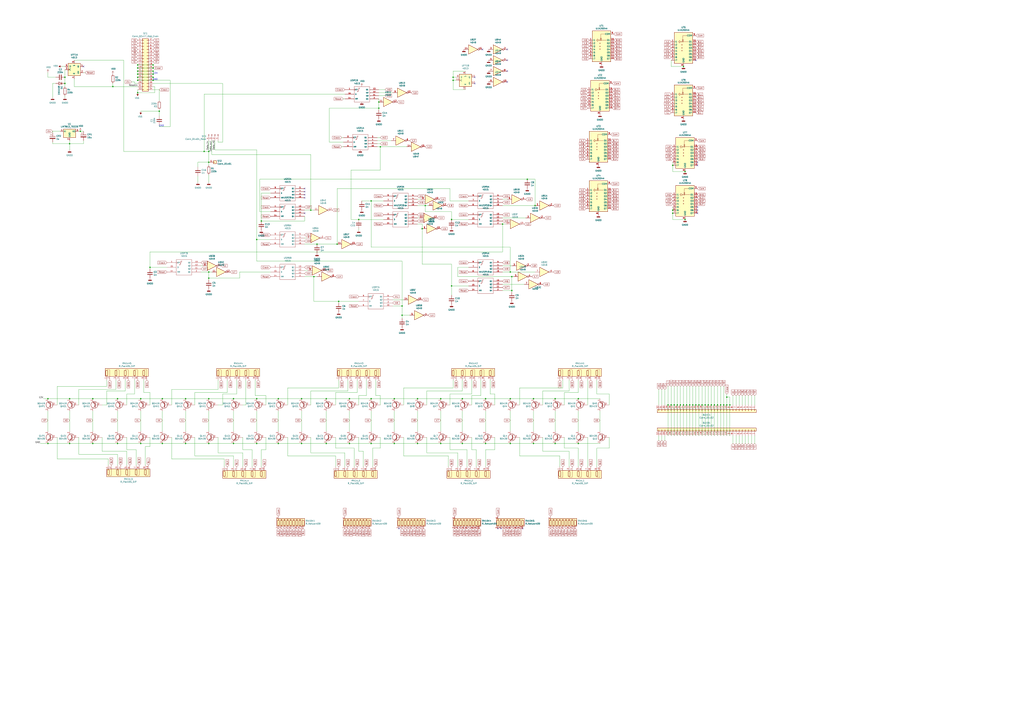
<source format=kicad_sch>
(kicad_sch (version 20211123) (generator eeschema)

  (uuid d0a0deb1-4f0f-4ede-b730-2c6d67cb9618)

  (paper "A1")

  

  (junction (at 342.9 327.66) (diameter 0) (color 0 0 0 0)
    (uuid 009b0d62-e9ea-4825-9fdf-befd291c76ce)
  )
  (junction (at 474.98 327.66) (diameter 0) (color 0 0 0 0)
    (uuid 017667a9-f5de-49c7-af53-4f9af2f3a311)
  )
  (junction (at 53.34 68.58) (diameter 0) (color 0 0 0 0)
    (uuid 05c4a04b-0442-4e18-9747-3d9fc4a562fe)
  )
  (junction (at 133.35 364.49) (diameter 0) (color 0 0 0 0)
    (uuid 08926936-9ea4-4894-afca-caca47f3c238)
  )
  (junction (at 171.45 228.6) (diameter 0) (color 0 0 0 0)
    (uuid 08fa8ff6-09a7-484c-b1d9-0e3b7c49bb26)
  )
  (junction (at 372.11 66.04) (diameter 0) (color 0 0 0 0)
    (uuid 0b4c0f05-c855-4742-bad2-dbf645d5842b)
  )
  (junction (at 171.45 223.52) (diameter 0) (color 0 0 0 0)
    (uuid 12481f4a-71b0-43a4-a69b-bc048ed999f0)
  )
  (junction (at 57.15 118.11) (diameter 0) (color 0 0 0 0)
    (uuid 12f8e43c-8f83-48d3-a9b5-5f3ebc0b6c43)
  )
  (junction (at 579.12 332.74) (diameter 0) (color 0 0 0 0)
    (uuid 15699041-ed40-45ee-87d8-f5e206a88536)
  )
  (junction (at 419.1 364.49) (diameter 0) (color 0 0 0 0)
    (uuid 173fd4a7-b485-4e9d-8724-470865466784)
  )
  (junction (at 558.8 332.74) (diameter 0) (color 0 0 0 0)
    (uuid 1855ca44-ab48-4b76-a210-97fc81d916c4)
  )
  (junction (at 287.02 327.66) (diameter 0) (color 0 0 0 0)
    (uuid 186c3f1e-1c94-498e-abf2-1069980f6633)
  )
  (junction (at 568.96 332.74) (diameter 0) (color 0 0 0 0)
    (uuid 1876c30c-72b2-4a8d-9f32-bf8b213530b4)
  )
  (junction (at 370.84 180.34) (diameter 0) (color 0 0 0 0)
    (uuid 199ade13-7442-4da9-8eea-a8e7681e2aee)
  )
  (junction (at 576.58 332.74) (diameter 0) (color 0 0 0 0)
    (uuid 1bd80cf9-f42a-4aee-a408-9dbf4e81e625)
  )
  (junction (at 551.18 332.74) (diameter 0) (color 0 0 0 0)
    (uuid 1bf7d0f9-0dcf-4d7c-b58c-318e3dc42bc9)
  )
  (junction (at 152.4 364.49) (diameter 0) (color 0 0 0 0)
    (uuid 21ca1c08-b8a3-4bdc-9356-70a4d86ee444)
  )
  (junction (at 594.36 332.74) (diameter 0) (color 0 0 0 0)
    (uuid 22962957-1efd-404d-83db-5b233b6c15b0)
  )
  (junction (at 563.88 332.74) (diameter 0) (color 0 0 0 0)
    (uuid 24adc223-60f0-4497-98a3-d664c5a13280)
  )
  (junction (at 438.15 364.49) (diameter 0) (color 0 0 0 0)
    (uuid 26296271-780a-4da9-8e69-910d9240bca1)
  )
  (junction (at 581.66 332.74) (diameter 0) (color 0 0 0 0)
    (uuid 26a22c19-4cc5-4237-9651-0edc4f854154)
  )
  (junction (at 130.81 91.44) (diameter 0) (color 0 0 0 0)
    (uuid 28f921ab-5f55-47f8-b726-02e567145cd5)
  )
  (junction (at 589.28 332.74) (diameter 0) (color 0 0 0 0)
    (uuid 29126f72-63f7-4275-8b12-6b96a71c6f17)
  )
  (junction (at 96.52 364.49) (diameter 0) (color 0 0 0 0)
    (uuid 2a4f1c24-6486-4fd8-8092-72bb07a81274)
  )
  (junction (at 304.8 364.49) (diameter 0) (color 0 0 0 0)
    (uuid 2bbd6c26-4114-4518-8f4a-c6fdadc046b6)
  )
  (junction (at 586.74 332.74) (diameter 0) (color 0 0 0 0)
    (uuid 2ea8fa6f-efc3-40fe-bcf9-05bfa46ead4f)
  )
  (junction (at 420.37 238.76) (diameter 0) (color 0 0 0 0)
    (uuid 3335d379-08d8-4469-9fa1-495ed5a43fba)
  )
  (junction (at 455.93 327.66) (diameter 0) (color 0 0 0 0)
    (uuid 3382bf79-b686-4aeb-9419-c8ab591662bb)
  )
  (junction (at 228.6 364.49) (diameter 0) (color 0 0 0 0)
    (uuid 341e67eb-d5e1-4cb7-9d11-5aa4ab832a2a)
  )
  (junction (at 113.03 66.04) (diameter 0) (color 0 0 0 0)
    (uuid 363189af-2faa-46a4-b025-5a779d801f2e)
  )
  (junction (at 125.73 66.04) (diameter 0) (color 0 0 0 0)
    (uuid 386faf3f-2adf-472a-84bf-bd511edf2429)
  )
  (junction (at 552.45 172.72) (diameter 0) (color 0 0 0 0)
    (uuid 3aec5e23-e675-4bcf-9a9e-48cb59d51927)
  )
  (junction (at 152.4 327.66) (diameter 0) (color 0 0 0 0)
    (uuid 3d70e675-48ae-4edd-b95d-3ca51e634018)
  )
  (junction (at 125.73 60.96) (diameter 0) (color 0 0 0 0)
    (uuid 3e87b259-dfc1-4885-8dcf-7e7ae39674ed)
  )
  (junction (at 433.07 147.32) (diameter 0) (color 0 0 0 0)
    (uuid 414a1d4c-7afc-4ffa-8579-88675cedc4ce)
  )
  (junction (at 330.2 251.46) (diameter 0) (color 0 0 0 0)
    (uuid 48034820-9d25-4020-8e74-d44c1441e803)
  )
  (junction (at 561.34 332.74) (diameter 0) (color 0 0 0 0)
    (uuid 4bbde53d-6894-4e18-9480-84a6a26d5f6b)
  )
  (junction (at 584.2 332.74) (diameter 0) (color 0 0 0 0)
    (uuid 4cc0e615-05a0-4f42-a208-4011ba8ef841)
  )
  (junction (at 379.73 327.66) (diameter 0) (color 0 0 0 0)
    (uuid 4f3dc5bc-04e8-4dcc-91dd-8782e84f321d)
  )
  (junction (at 210.82 196.85) (diameter 0) (color 0 0 0 0)
    (uuid 5641be26-f5e9-482f-8616-297f17f4eae2)
  )
  (junction (at 349.25 168.91) (diameter 0) (color 0 0 0 0)
    (uuid 5684e95c-6824-46cf-8e72-881178a51d31)
  )
  (junction (at 474.98 364.49) (diameter 0) (color 0 0 0 0)
    (uuid 56f0a67a-a93a-477a-9778-70fe2cfeeb5a)
  )
  (junction (at 553.72 332.74) (diameter 0) (color 0 0 0 0)
    (uuid 58390862-1833-41dd-9c4e-98073ea0da33)
  )
  (junction (at 267.97 327.66) (diameter 0) (color 0 0 0 0)
    (uuid 583b0bf3-0699-44db-b975-a241ad040fa4)
  )
  (junction (at 57.15 327.66) (diameter 0) (color 0 0 0 0)
    (uuid 5a010660-4a0b-4680-b361-32d4c3b60537)
  )
  (junction (at 113.03 76.2) (diameter 0) (color 0 0 0 0)
    (uuid 5c32b099-dba7-4228-8a5e-c2156f635ce2)
  )
  (junction (at 214.63 181.61) (diameter 0) (color 0 0 0 0)
    (uuid 5dbda758-e74b-4ccf-ad68-495d537d68ba)
  )
  (junction (at 294.64 180.34) (diameter 0) (color 0 0 0 0)
    (uuid 60ca4740-3009-4486-93d6-c2502818122b)
  )
  (junction (at 125.73 55.88) (diameter 0) (color 0 0 0 0)
    (uuid 645bdbdc-8f65-42ef-a021-2d3e7d74a739)
  )
  (junction (at 342.9 364.49) (diameter 0) (color 0 0 0 0)
    (uuid 6a1ae8ee-dea6-4015-b83e-baf8fcdfaf0f)
  )
  (junction (at 379.73 364.49) (diameter 0) (color 0 0 0 0)
    (uuid 6a25c4e1-7129-430c-892b-6eecb6ffdb47)
  )
  (junction (at 561.34 54.61) (diameter 0) (color 0 0 0 0)
    (uuid 6fe84032-fd31-47ab-97e2-7dae6cf31ca8)
  )
  (junction (at 599.44 332.74) (diameter 0) (color 0 0 0 0)
    (uuid 706c1cb9-5d96-4282-9efc-6147f0125147)
  )
  (junction (at 278.13 247.65) (diameter 0) (color 0 0 0 0)
    (uuid 71aa3829-956e-4ff9-af3f-b06e50ab2b5a)
  )
  (junction (at 552.45 175.26) (diameter 0) (color 0 0 0 0)
    (uuid 72729c20-0465-4f8c-be80-3c22bb337ef7)
  )
  (junction (at 113.03 63.5) (diameter 0) (color 0 0 0 0)
    (uuid 7668b629-abd6-4e14-be84-df90ae487fc6)
  )
  (junction (at 76.2 327.66) (diameter 0) (color 0 0 0 0)
    (uuid 771cb5c1-62ba-4cca-999e-cdcbe417213c)
  )
  (junction (at 113.03 60.96) (diameter 0) (color 0 0 0 0)
    (uuid 7f064424-06a6-4f5b-87d6-1970ae527766)
  )
  (junction (at 96.52 327.66) (diameter 0) (color 0 0 0 0)
    (uuid 830aee7f-dfce-42cd-85ef-6370f6dc02f5)
  )
  (junction (at 191.77 327.66) (diameter 0) (color 0 0 0 0)
    (uuid 848901d5-fdee-4920-a04d-fbc03c912e79)
  )
  (junction (at 210.82 327.66) (diameter 0) (color 0 0 0 0)
    (uuid 868b5d0d-f911-4724-9580-d9e69eb9f709)
  )
  (junction (at 57.15 364.49) (diameter 0) (color 0 0 0 0)
    (uuid 897277a3-b7ce-4d18-8c5f-1c984a246298)
  )
  (junction (at 125.73 58.42) (diameter 0) (color 0 0 0 0)
    (uuid 8b3ba7fc-20b6-43c4-a020-80151e1caecc)
  )
  (junction (at 113.03 53.34) (diameter 0) (color 0 0 0 0)
    (uuid 8b963561-586b-4575-b721-87e7914602c6)
  )
  (junction (at 323.85 364.49) (diameter 0) (color 0 0 0 0)
    (uuid 8efe6411-1919-4082-b5b8-393585e068c8)
  )
  (junction (at 412.75 184.15) (diameter 0) (color 0 0 0 0)
    (uuid 8fd0b33a-45bf-4216-9d7e-a62e1c071730)
  )
  (junction (at 419.1 327.66) (diameter 0) (color 0 0 0 0)
    (uuid 905b154b-e92b-469d-b2e2-340d67daddb7)
  )
  (junction (at 562.61 180.34) (diameter 0) (color 0 0 0 0)
    (uuid 90602c52-0ad1-4381-be87-c493da36f066)
  )
  (junction (at 552.45 135.89) (diameter 0) (color 0 0 0 0)
    (uuid 9116f42f-8d27-4055-8fab-af8b6ed6959f)
  )
  (junction (at 591.82 332.74) (diameter 0) (color 0 0 0 0)
    (uuid 91fc5800-6029-46b1-848d-ca0091f97267)
  )
  (junction (at 438.15 327.66) (diameter 0) (color 0 0 0 0)
    (uuid 92d938cc-f8b1-437d-8914-3d97a0938f67)
  )
  (junction (at 596.9 326.39) (diameter 0) (color 0 0 0 0)
    (uuid 92f063a3-7cce-4a96-8a3a-cf5767f700c6)
  )
  (junction (at 548.64 332.74) (diameter 0) (color 0 0 0 0)
    (uuid 94d24676-7ae3-483c-8bd6-88d31adf00b4)
  )
  (junction (at 171.45 364.49) (diameter 0) (color 0 0 0 0)
    (uuid a04f8542-6c38-4d5c-bdbb-c8e0311a0936)
  )
  (junction (at 191.77 364.49) (diameter 0) (color 0 0 0 0)
    (uuid a1701438-3c8b-4b49-8695-36ec7f9ae4d2)
  )
  (junction (at 596.9 332.74) (diameter 0) (color 0 0 0 0)
    (uuid a177c3b4-b04c-490e-b3fe-d3d4d7aa24a7)
  )
  (junction (at 171.45 133.35) (diameter 0) (color 0 0 0 0)
    (uuid a1934286-475c-49dc-8ea7-db1d069727a2)
  )
  (junction (at 171.45 124.46) (diameter 0) (color 0 0 0 0)
    (uuid a5362821-c161-4c7a-a00c-40e1d7472d56)
  )
  (junction (at 419.1 223.52) (diameter 0) (color 0 0 0 0)
    (uuid af66589f-0dae-4737-851f-f8cddd35005b)
  )
  (junction (at 167.64 124.46) (diameter 0) (color 0 0 0 0)
    (uuid afc58bc7-e8b3-4ec7-b7ec-e155055196a5)
  )
  (junction (at 311.15 88.9) (diameter 0) (color 0 0 0 0)
    (uuid b285d77c-3eef-4763-b6e4-d7759b529dfd)
  )
  (junction (at 439.42 168.91) (diameter 0) (color 0 0 0 0)
    (uuid b4856fa9-d711-4b3f-8ccf-343375c62dce)
  )
  (junction (at 123.19 219.71) (diameter 0) (color 0 0 0 0)
    (uuid b5cea0b5-192f-476b-a3c8-0c26e2231699)
  )
  (junction (at 133.35 327.66) (diameter 0) (color 0 0 0 0)
    (uuid b5ffe018-0d06-4a1b-95ee-b5763a35798d)
  )
  (junction (at 267.97 364.49) (diameter 0) (color 0 0 0 0)
    (uuid b6924901-677d-424a-a3f4-52c8dd1fa5f5)
  )
  (junction (at 113.03 58.42) (diameter 0) (color 0 0 0 0)
    (uuid b7c09c15-282b-4731-8942-008851172201)
  )
  (junction (at 398.78 364.49) (diameter 0) (color 0 0 0 0)
    (uuid bab3431c-ede6-417b-8033-763748a11a9f)
  )
  (junction (at 113.03 55.88) (diameter 0) (color 0 0 0 0)
    (uuid bf6104a1-a529-4c00-b4ae-92001543f7ec)
  )
  (junction (at 311.15 83.82) (diameter 0) (color 0 0 0 0)
    (uuid c0e13d91-53b7-4de6-8d61-7c13732113b8)
  )
  (junction (at 361.95 327.66) (diameter 0) (color 0 0 0 0)
    (uuid c2211bf7-6ed0-4800-9f21-d6a078bedba2)
  )
  (junction (at 574.04 332.74) (diameter 0) (color 0 0 0 0)
    (uuid c346b00c-b5e0-4939-beb4-7f48172ef334)
  )
  (junction (at 566.42 332.74) (diameter 0) (color 0 0 0 0)
    (uuid c3d5daf8-d359-42b2-a7c2-0d080ba7e212)
  )
  (junction (at 115.57 364.49) (diameter 0) (color 0 0 0 0)
    (uuid c7db4903-f95a-49f5-bcce-c52f0ca8defc)
  )
  (junction (at 571.5 332.74) (diameter 0) (color 0 0 0 0)
    (uuid ca9b74ce-0dee-401c-9544-f599f4cf538d)
  )
  (junction (at 346.71 187.96) (diameter 0) (color 0 0 0 0)
    (uuid cad44c02-7fd2-4e9a-b93a-e1b73d6a3ee6)
  )
  (junction (at 276.86 200.66) (diameter 0) (color 0 0 0 0)
    (uuid cd48b13f-c989-4ac1-a7f0-053afcd77527)
  )
  (junction (at 370.84 234.95) (diameter 0) (color 0 0 0 0)
    (uuid d372e2ac-d81e-48b7-8c55-9bbe58eeffc3)
  )
  (junction (at 53.34 63.5) (diameter 0) (color 0 0 0 0)
    (uuid d4f9d898-7a83-4186-a9d6-9da79adbdd19)
  )
  (junction (at 304.8 165.1) (diameter 0) (color 0 0 0 0)
    (uuid d5a7688c-7438-4b6d-999f-4f2a3cb18fd6)
  )
  (junction (at 247.65 364.49) (diameter 0) (color 0 0 0 0)
    (uuid d8d71ad3-6fd1-4a98-9c1f-70c4fbf3d1d1)
  )
  (junction (at 312.42 120.65) (diameter 0) (color 0 0 0 0)
    (uuid d97f24b8-3f5c-4536-a071-0786594f3ffe)
  )
  (junction (at 39.37 327.66) (diameter 0) (color 0 0 0 0)
    (uuid dbbbcbf5-ed09-4c20-902c-70f108158aba)
  )
  (junction (at 330.2 259.08) (diameter 0) (color 0 0 0 0)
    (uuid dd3da890-32ef-4a5a-aea4-e5d2141f1ff1)
  )
  (junction (at 210.82 364.49) (diameter 0) (color 0 0 0 0)
    (uuid de438bc3-2eba-4b9f-95e9-35ce5db157f6)
  )
  (junction (at 125.73 63.5) (diameter 0) (color 0 0 0 0)
    (uuid de552ae9-cde6-4643-8cc7-9de2579dadae)
  )
  (junction (at 255.27 172.72) (diameter 0) (color 0 0 0 0)
    (uuid df5c9f6b-a62e-44ba-997f-b2cf3279c7d4)
  )
  (junction (at 398.78 327.66) (diameter 0) (color 0 0 0 0)
    (uuid dfba7148-cad3-4f40-9835-b1394bd30a2c)
  )
  (junction (at 455.93 364.49) (diameter 0) (color 0 0 0 0)
    (uuid e29e8d7d-cee8-47d4-8444-1d7032daf03c)
  )
  (junction (at 76.2 364.49) (diameter 0) (color 0 0 0 0)
    (uuid e6bf257d-5112-423c-b70a-adf8446f29da)
  )
  (junction (at 556.26 332.74) (diameter 0) (color 0 0 0 0)
    (uuid e86e4fae-9ca7-4857-a93c-bc6a3048f887)
  )
  (junction (at 39.37 364.49) (diameter 0) (color 0 0 0 0)
    (uuid ed612f6d-67c1-4198-976d-84139f8d99bc)
  )
  (junction (at 323.85 327.66) (diameter 0) (color 0 0 0 0)
    (uuid ef400389-7e37-4c93-8647-76318089d59f)
  )
  (junction (at 257.81 227.33) (diameter 0) (color 0 0 0 0)
    (uuid f0f3907b-44e3-4106-9f24-d8ce836b6bb0)
  )
  (junction (at 562.61 140.97) (diameter 0) (color 0 0 0 0)
    (uuid f1d00fe2-8e57-4925-b3b1-571b93bf443a)
  )
  (junction (at 228.6 327.66) (diameter 0) (color 0 0 0 0)
    (uuid f2044410-03ac-4994-9652-9e5f480320f0)
  )
  (junction (at 420.37 227.33) (diameter 0) (color 0 0 0 0)
    (uuid f220d6a7-3170-4e04-8de6-2df0c3962fe0)
  )
  (junction (at 115.57 327.66) (diameter 0) (color 0 0 0 0)
    (uuid f321809c-ab7a-4356-9b11-4c0d46c421ba)
  )
  (junction (at 260.35 200.66) (diameter 0) (color 0 0 0 0)
    (uuid f48f1d12-9008-4743-81e2-bdec45db64a1)
  )
  (junction (at 171.45 327.66) (diameter 0) (color 0 0 0 0)
    (uuid f5a3f95b-1a53-41b4-b208-bf168c9d9c6d)
  )
  (junction (at 125.73 53.34) (diameter 0) (color 0 0 0 0)
    (uuid f67bbef3-6f59-49ba-8890-d1f9dc9f9ad6)
  )
  (junction (at 372.11 63.5) (diameter 0) (color 0 0 0 0)
    (uuid f699494a-77d6-4c73-bd50-29c1c1c5b879)
  )
  (junction (at 66.04 107.95) (diameter 0) (color 0 0 0 0)
    (uuid fa20e708-ec85-4e0b-8402-f74a2724f920)
  )
  (junction (at 92.71 71.12) (diameter 0) (color 0 0 0 0)
    (uuid fb35e3b1-aff6-41a7-9cf0-52694b95edeb)
  )
  (junction (at 304.8 327.66) (diameter 0) (color 0 0 0 0)
    (uuid fc12372f-6e31-40f9-8043-b00b861f0171)
  )
  (junction (at 361.95 364.49) (diameter 0) (color 0 0 0 0)
    (uuid fcb4f52a-a6cb-4ca0-970a-4c8a2c0f3942)
  )
  (junction (at 287.02 364.49) (diameter 0) (color 0 0 0 0)
    (uuid fe4068b9-89da-4c59-ba51-b5949772f5d8)
  )
  (junction (at 247.65 327.66) (diameter 0) (color 0 0 0 0)
    (uuid ffb86135-b43f-4a42-9aa6-73aa7ba972a9)
  )

  (no_connect (at 429.26 434.34) (uuid 0d7333ca-0587-43cb-9af7-f59016c85820))
  (no_connect (at 250.19 160.02) (uuid 0dcb5ab5-f291-489d-b2bc-0f0b25b801ee))
  (no_connect (at 572.77 135.89) (uuid 119c633c-175b-4b38-bbc1-1a076032c16e))
  (no_connect (at 572.77 170.18) (uuid 248d15cd-dd0c-425d-94cb-b44ccf865457))
  (no_connect (at 416.56 58.42) (uuid 47a2dd37-ad02-4281-9a66-8ff7ab400570))
  (no_connect (at 416.56 67.31) (uuid 5a67196f-9472-4a8d-961f-eac8ec999d85))
  (no_connect (at 571.5 49.53) (uuid 5b29962f-685a-409c-915c-9c4a92ed442a))
  (no_connect (at 416.56 49.53) (uuid 63ace593-9960-4666-bb08-47e6f085cee8))
  (no_connect (at 411.48 434.34) (uuid 6597e724-ffad-43f1-9619-cca25cced87f))
  (no_connect (at 572.77 172.72) (uuid 669e2f76-dce7-4b88-b383-d3587e6cc0cc))
  (no_connect (at 389.89 63.5) (uuid 6bd46644-7209-4d4d-acd8-f4c0d045bc61))
  (no_connect (at 250.19 175.26) (uuid 7114de55-86d9-46c1-a412-07f5eb895435))
  (no_connect (at 250.19 157.48) (uuid 7410568a-af90-4a4e-a67d-5fd1863e0d95))
  (no_connect (at 416.56 40.64) (uuid 8162f841-188b-4932-8603-536d516e6ca1))
  (no_connect (at 408.94 434.34) (uuid aeae1c08-0511-41ff-896d-95b95a86eb35))
  (no_connect (at 68.58 54.61) (uuid b54cae5b-c17c-4ed7-b249-2e7d5e83609a))
  (no_connect (at 250.19 154.94) (uuid baaf14d0-0c5c-4bf0-82d7-5ee71082500d))
  (no_connect (at 389.89 68.58) (uuid befdfbe5-f3e5-423b-a34e-7bba3f218536))
  (no_connect (at 572.77 133.35) (uuid c66790a8-2c84-47da-b059-a728d9f51463))
  (no_connect (at 396.24 40.64) (uuid dc9eba43-a0ae-45fc-b91c-9050201557b9))
  (no_connect (at 250.19 162.56) (uuid f879c0e8-5893-4eb4-8e59-2292a632100f))
  (no_connect (at 572.77 175.26) (uuid fb4e7351-d265-4999-adf6-bc7596c21cf3))
  (no_connect (at 327.66 434.34) (uuid fc329e60-968a-4f61-ba77-53d29ff8c1c7))

  (wire (pts (xy 541.02 358.14) (xy 541.02 361.95))
    (stroke (width 0) (type default) (color 0 0 0 0))
    (uuid 000b46d6-b833-4804-8f56-56d539f76d09)
  )
  (wire (pts (xy 331.47 246.38) (xy 322.58 246.38))
    (stroke (width 0) (type default) (color 0 0 0 0))
    (uuid 01422660-08c8-48f3-98ca-26cbe7f98f5b)
  )
  (wire (pts (xy 552.45 172.72) (xy 552.45 170.18))
    (stroke (width 0) (type default) (color 0 0 0 0))
    (uuid 01657d30-6f8e-4bbd-a3dd-6a0742c69aca)
  )
  (wire (pts (xy 459.74 374.65) (xy 459.74 383.54))
    (stroke (width 0) (type default) (color 0 0 0 0))
    (uuid 020b7e1f-8bb0-4882-91d4-7894bf18db84)
  )
  (wire (pts (xy 368.3 374.65) (xy 368.3 383.54))
    (stroke (width 0) (type default) (color 0 0 0 0))
    (uuid 02b1295e-cf95-47ff-9c57-f8ada28f2e94)
  )
  (wire (pts (xy 130.81 104.14) (xy 130.81 102.87))
    (stroke (width 0) (type default) (color 0 0 0 0))
    (uuid 035be484-9afe-485c-8946-4ad797464cff)
  )
  (wire (pts (xy 182.88 116.84) (xy 179.07 116.84))
    (stroke (width 0) (type default) (color 0 0 0 0))
    (uuid 04868f85-bc69-4fa9-8e62-d78ffe5ae58e)
  )
  (wire (pts (xy 162.56 133.35) (xy 171.45 133.35))
    (stroke (width 0) (type default) (color 0 0 0 0))
    (uuid 05378b8f-daf9-49a0-854e-3047e8d212ad)
  )
  (wire (pts (xy 184.15 383.54) (xy 184.15 377.19))
    (stroke (width 0) (type default) (color 0 0 0 0))
    (uuid 0588e431-d56d-4df4-9ffd-6cd4bba412cb)
  )
  (wire (pts (xy 500.38 368.3) (xy 500.38 359.41))
    (stroke (width 0) (type default) (color 0 0 0 0))
    (uuid 058e77a4-10af-4bc8-a984-5984d3bbee4c)
  )
  (wire (pts (xy 372.11 63.5) (xy 372.11 66.04))
    (stroke (width 0) (type default) (color 0 0 0 0))
    (uuid 05d3e08e-e1f9-46cf-93d0-836d1306d03a)
  )
  (wire (pts (xy 612.14 325.12) (xy 612.14 332.74))
    (stroke (width 0) (type default) (color 0 0 0 0))
    (uuid 06665bf8-cef1-4e75-8d5b-1537b3c1b090)
  )
  (wire (pts (xy 275.59 322.58) (xy 293.37 322.58))
    (stroke (width 0) (type default) (color 0 0 0 0))
    (uuid 073c8287-235c-4712-a9a0-60a07a1119d5)
  )
  (wire (pts (xy 113.03 53.34) (xy 125.73 53.34))
    (stroke (width 0) (type default) (color 0 0 0 0))
    (uuid 082aed28-f9e8-49e7-96ee-b5aa9f0319c7)
  )
  (wire (pts (xy 182.88 323.85) (xy 194.31 323.85))
    (stroke (width 0) (type default) (color 0 0 0 0))
    (uuid 08ac4c42-16f0-4513-b91e-bf0b3a111257)
  )
  (wire (pts (xy 287.02 327.66) (xy 267.97 327.66))
    (stroke (width 0) (type default) (color 0 0 0 0))
    (uuid 094dc71e-7ea9-4e30-8ba7-749216ec2a8b)
  )
  (wire (pts (xy 571.5 332.74) (xy 571.5 317.5))
    (stroke (width 0) (type default) (color 0 0 0 0))
    (uuid 099473f1-6598-46ff-a50f-4c520832170d)
  )
  (wire (pts (xy 179.07 332.74) (xy 182.88 332.74))
    (stroke (width 0) (type default) (color 0 0 0 0))
    (uuid 09ab0b5c-3dee-42c8-b9e5-de0673874ccd)
  )
  (wire (pts (xy 349.25 173.99) (xy 370.84 173.99))
    (stroke (width 0) (type default) (color 0 0 0 0))
    (uuid 0a2d185c-629f-461f-8b6b-f91f1894e6ba)
  )
  (wire (pts (xy 349.25 168.91) (xy 351.79 168.91))
    (stroke (width 0) (type default) (color 0 0 0 0))
    (uuid 0a52fedd-967a-423d-aaaf-3875f20f935b)
  )
  (wire (pts (xy 336.55 259.08) (xy 330.2 259.08))
    (stroke (width 0) (type default) (color 0 0 0 0))
    (uuid 0a79db37-f1d9-40b1-a24d-8bdfb8f637e2)
  )
  (wire (pts (xy 387.35 312.42) (xy 387.35 323.85))
    (stroke (width 0) (type default) (color 0 0 0 0))
    (uuid 0ab1512b-eb91-4574-b11f-326e0ff10082)
  )
  (wire (pts (xy 556.26 332.74) (xy 556.26 358.14))
    (stroke (width 0) (type default) (color 0 0 0 0))
    (uuid 0ba17a9b-d889-426c-b4fe-048bed6b6be8)
  )
  (wire (pts (xy 467.36 370.84) (xy 445.77 370.84))
    (stroke (width 0) (type default) (color 0 0 0 0))
    (uuid 0bbd2e43-3eb0-4216-861b-a58366dbe43d)
  )
  (wire (pts (xy 123.19 322.58) (xy 118.11 322.58))
    (stroke (width 0) (type default) (color 0 0 0 0))
    (uuid 0e18138e-f1a3-4288-bb34-3b6bcfb64ff6)
  )
  (wire (pts (xy 257.81 227.33) (xy 250.19 227.33))
    (stroke (width 0) (type default) (color 0 0 0 0))
    (uuid 0e1c6bbc-4cc4-4ce9-b48a-8292bb286da8)
  )
  (wire (pts (xy 604.52 358.14) (xy 604.52 364.49))
    (stroke (width 0) (type default) (color 0 0 0 0))
    (uuid 0e32af77-726b-4e11-9f99-2e2484ba9e9b)
  )
  (wire (pts (xy 300.99 325.12) (xy 294.64 325.12))
    (stroke (width 0) (type default) (color 0 0 0 0))
    (uuid 0e416ef5-3e03-4fa4-b2a6-3ab634a5ee03)
  )
  (wire (pts (xy 171.45 354.33) (xy 171.45 337.82))
    (stroke (width 0) (type default) (color 0 0 0 0))
    (uuid 0f9b475c-adb7-41fc-b827-33d4eaa86b99)
  )
  (wire (pts (xy 370.84 234.95) (xy 370.84 217.17))
    (stroke (width 0) (type default) (color 0 0 0 0))
    (uuid 0ff398d7-e6e2-4972-a7a4-438407886f34)
  )
  (wire (pts (xy 210.82 364.49) (xy 191.77 364.49))
    (stroke (width 0) (type default) (color 0 0 0 0))
    (uuid 1053b01a-057e-4e79-a21c-42780a737ea9)
  )
  (wire (pts (xy 247.65 364.49) (xy 228.6 364.49))
    (stroke (width 0) (type default) (color 0 0 0 0))
    (uuid 105d44ff-63b9-4299-9078-473af583971a)
  )
  (wire (pts (xy 130.81 73.66) (xy 125.73 73.66))
    (stroke (width 0) (type default) (color 0 0 0 0))
    (uuid 10e5ae6d-e43e-4ff8-abc5-fd9df16782da)
  )
  (wire (pts (xy 419.1 223.52) (xy 419.1 203.2))
    (stroke (width 0) (type default) (color 0 0 0 0))
    (uuid 10fa1a8c-62cb-4b8f-b916-b18d737ff71b)
  )
  (wire (pts (xy 127 71.12) (xy 125.73 71.12))
    (stroke (width 0) (type default) (color 0 0 0 0))
    (uuid 112371bd-7aa2-4b47-b184-50d12afc2534)
  )
  (wire (pts (xy 57.15 118.11) (xy 68.58 118.11))
    (stroke (width 0) (type default) (color 0 0 0 0))
    (uuid 12c8f4c9-cb79-4390-b96c-a717c693de17)
  )
  (wire (pts (xy 186.69 322.58) (xy 160.02 322.58))
    (stroke (width 0) (type default) (color 0 0 0 0))
    (uuid 133d5403-9be3-4603-824b-d3b76147e745)
  )
  (wire (pts (xy 563.88 317.5) (xy 563.88 332.74))
    (stroke (width 0) (type default) (color 0 0 0 0))
    (uuid 13ac70df-e9b9-44e5-96e6-20f0b0dc6a3a)
  )
  (wire (pts (xy 604.52 325.12) (xy 604.52 332.74))
    (stroke (width 0) (type default) (color 0 0 0 0))
    (uuid 15189cef-9045-423b-b4f6-a763d4e75704)
  )
  (wire (pts (xy 609.6 358.14) (xy 609.6 364.49))
    (stroke (width 0) (type default) (color 0 0 0 0))
    (uuid 152cd84e-bbed-4df5-a866-d1ab977b0966)
  )
  (wire (pts (xy 140.97 332.74) (xy 140.97 320.04))
    (stroke (width 0) (type default) (color 0 0 0 0))
    (uuid 15a0f067-831a-4ddb-bdef-5fb7df267d8f)
  )
  (wire (pts (xy 140.97 377.19) (xy 140.97 359.41))
    (stroke (width 0) (type default) (color 0 0 0 0))
    (uuid 15e1670d-9e79-4a5e-88ad-fbbb238a3e8a)
  )
  (wire (pts (xy 370.84 173.99) (xy 370.84 180.34))
    (stroke (width 0) (type default) (color 0 0 0 0))
    (uuid 17adff9d-c581-42e4-b552-035b922b5256)
  )
  (wire (pts (xy 331.47 332.74) (xy 331.47 318.77))
    (stroke (width 0) (type default) (color 0 0 0 0))
    (uuid 18208121-3872-4be3-a687-40854be3e1c8)
  )
  (wire (pts (xy 309.88 115.57) (xy 321.31 115.57))
    (stroke (width 0) (type default) (color 0 0 0 0))
    (uuid 18d3014d-7089-41b5-ab03-53cc0a265580)
  )
  (wire (pts (xy 342.9 184.15) (xy 346.71 184.15))
    (stroke (width 0) (type default) (color 0 0 0 0))
    (uuid 18dee026-9999-4f10-8c36-736131349406)
  )
  (wire (pts (xy 490.22 383.54) (xy 490.22 368.3))
    (stroke (width 0) (type default) (color 0 0 0 0))
    (uuid 18e95a1d-9d1d-4b93-8e4c-2d03c344acc0)
  )
  (wire (pts (xy 293.37 322.58) (xy 293.37 312.42))
    (stroke (width 0) (type default) (color 0 0 0 0))
    (uuid 19264aae-fe9e-4afc-84ac-56ec33a3b20d)
  )
  (wire (pts (xy 384.81 165.1) (xy 369.57 165.1))
    (stroke (width 0) (type default) (color 0 0 0 0))
    (uuid 19515fa4-c166-4b6e-837d-c01a89e98000)
  )
  (wire (pts (xy 574.04 317.5) (xy 574.04 332.74))
    (stroke (width 0) (type default) (color 0 0 0 0))
    (uuid 199124ca-dd64-45cf-a063-97cc545cbea7)
  )
  (wire (pts (xy 280.67 120.65) (xy 281.94 120.65))
    (stroke (width 0) (type default) (color 0 0 0 0))
    (uuid 19d6a411-8997-491d-aace-09fdbc63404d)
  )
  (wire (pts (xy 278.13 312.42) (xy 278.13 318.77))
    (stroke (width 0) (type default) (color 0 0 0 0))
    (uuid 1a734ace-0cd0-489a-9380-915322ff12bd)
  )
  (wire (pts (xy 438.15 364.49) (xy 419.1 364.49))
    (stroke (width 0) (type default) (color 0 0 0 0))
    (uuid 1a7e7b16-fc7c-4e64-9ace-48cc78112437)
  )
  (wire (pts (xy 346.71 187.96) (xy 346.71 217.17))
    (stroke (width 0) (type default) (color 0 0 0 0))
    (uuid 1a9f0d73-6986-450b-8da5-dca8d718cd0d)
  )
  (wire (pts (xy 140.97 320.04) (xy 179.07 320.04))
    (stroke (width 0) (type default) (color 0 0 0 0))
    (uuid 1ab4dceb-24cc-4050-aa74-e8fbb39d3760)
  )
  (wire (pts (xy 39.37 364.49) (xy 33.02 364.49))
    (stroke (width 0) (type default) (color 0 0 0 0))
    (uuid 1ae3634a-f90f-4c6a-8ba7-b38f98d4ccb2)
  )
  (wire (pts (xy 500.38 323.85) (xy 490.22 323.85))
    (stroke (width 0) (type default) (color 0 0 0 0))
    (uuid 1c92f382-4ec3-478f-a1ca-afadd3087787)
  )
  (wire (pts (xy 171.45 124.46) (xy 171.45 133.35))
    (stroke (width 0) (type default) (color 0 0 0 0))
    (uuid 1cc5480b-56b7-4379-98e2-ccafc88911a7)
  )
  (wire (pts (xy 152.4 327.66) (xy 133.35 327.66))
    (stroke (width 0) (type default) (color 0 0 0 0))
    (uuid 1d1a7683-c090-4798-9b40-7ed0d9f3ce3b)
  )
  (wire (pts (xy 76.2 364.49) (xy 57.15 364.49))
    (stroke (width 0) (type default) (color 0 0 0 0))
    (uuid 1d9dc91c-3457-4ca5-8e42-43be60ae0831)
  )
  (wire (pts (xy 541.02 332.74) (xy 541.02 320.04))
    (stroke (width 0) (type default) (color 0 0 0 0))
    (uuid 1de61170-5337-44c5-ba28-bd477db4bff1)
  )
  (wire (pts (xy 445.77 370.84) (xy 445.77 359.41))
    (stroke (width 0) (type default) (color 0 0 0 0))
    (uuid 1eca5f72-2356-4c55-919d-595727faf3b9)
  )
  (wire (pts (xy 162.56 137.16) (xy 162.56 133.35))
    (stroke (width 0) (type default) (color 0 0 0 0))
    (uuid 1fe580af-2bbd-4ada-a604-f23db74d45b8)
  )
  (wire (pts (xy 278.13 318.77) (xy 236.22 318.77))
    (stroke (width 0) (type default) (color 0 0 0 0))
    (uuid 20e1c48c-ae14-4a88-835e-87633cbb6a1c)
  )
  (wire (pts (xy 66.04 107.95) (xy 64.77 107.95))
    (stroke (width 0) (type default) (color 0 0 0 0))
    (uuid 21492bcd-343a-4b2b-b55a-b4586c11bdeb)
  )
  (wire (pts (xy 309.88 120.65) (xy 312.42 120.65))
    (stroke (width 0) (type default) (color 0 0 0 0))
    (uuid 218a2487-4406-4830-b6ad-8a4182eda4f4)
  )
  (wire (pts (xy 162.56 149.86) (xy 162.56 144.78))
    (stroke (width 0) (type default) (color 0 0 0 0))
    (uuid 22ab392d-1989-4185-9178-8083812ea067)
  )
  (wire (pts (xy 176.53 115.57) (xy 176.53 123.19))
    (stroke (width 0) (type default) (color 0 0 0 0))
    (uuid 22c28634-55a5-4f76-9217-6b70ddd108b8)
  )
  (wire (pts (xy 260.35 200.66) (xy 250.19 200.66))
    (stroke (width 0) (type default) (color 0 0 0 0))
    (uuid 23345f3e-d08d-4834-b1dc-64de02569916)
  )
  (wire (pts (xy 420.37 238.76) (xy 412.75 238.76))
    (stroke (width 0) (type default) (color 0 0 0 0))
    (uuid 234e1024-0b7f-410c-90bb-bae43af1eb25)
  )
  (wire (pts (xy 275.59 383.54) (xy 275.59 374.65))
    (stroke (width 0) (type default) (color 0 0 0 0))
    (uuid 245a6fb4-6361-4438-82ca-8861d43ca7f5)
  )
  (wire (pts (xy 474.98 337.82) (xy 474.98 354.33))
    (stroke (width 0) (type default) (color 0 0 0 0))
    (uuid 24a492d9-25a9-4fba-b51b-3effb576b351)
  )
  (wire (pts (xy 247.65 354.33) (xy 247.65 337.82))
    (stroke (width 0) (type default) (color 0 0 0 0))
    (uuid 24fd922c-d488-4d61-b6dc-9d3e359ccc82)
  )
  (wire (pts (xy 383.54 369.57) (xy 369.57 369.57))
    (stroke (width 0) (type default) (color 0 0 0 0))
    (uuid 25247d0c-5910-484b-9651-5750d422a450)
  )
  (wire (pts (xy 619.76 332.74) (xy 619.76 325.12))
    (stroke (width 0) (type default) (color 0 0 0 0))
    (uuid 272c2a78-b5f5-4b61-aed3-ec69e0e92729)
  )
  (wire (pts (xy 76.2 354.33) (xy 76.2 337.82))
    (stroke (width 0) (type default) (color 0 0 0 0))
    (uuid 2765a021-71f1-4136-b72b-81c2c6882946)
  )
  (wire (pts (xy 372.11 73.66) (xy 382.27 73.66))
    (stroke (width 0) (type default) (color 0 0 0 0))
    (uuid 282c8e53-3acc-42f0-a92a-6aa976b97a93)
  )
  (wire (pts (xy 267.97 327.66) (xy 247.65 327.66))
    (stroke (width 0) (type default) (color 0 0 0 0))
    (uuid 28d267fd-6d61-43bb-9705-8d59d7a44e81)
  )
  (wire (pts (xy 218.44 369.57) (xy 218.44 359.41))
    (stroke (width 0) (type default) (color 0 0 0 0))
    (uuid 296ded40-ed53-4798-8db4-dad7b794226b)
  )
  (wire (pts (xy 579.12 358.14) (xy 579.12 332.74))
    (stroke (width 0) (type default) (color 0 0 0 0))
    (uuid 29cbb0bc-f66b-4d11-80e7-5bb270e42496)
  )
  (wire (pts (xy 294.64 247.65) (xy 278.13 247.65))
    (stroke (width 0) (type default) (color 0 0 0 0))
    (uuid 29cd9e70-9b68-44f7-96b2-fe993c246832)
  )
  (wire (pts (xy 402.59 312.42) (xy 402.59 323.85))
    (stroke (width 0) (type default) (color 0 0 0 0))
    (uuid 29ec1a54-dea0-4d1a-a3dc-a7441a09bb9e)
  )
  (wire (pts (xy 614.68 358.14) (xy 614.68 364.49))
    (stroke (width 0) (type default) (color 0 0 0 0))
    (uuid 2a4111b7-8149-4814-9344-3b8119cd75e4)
  )
  (wire (pts (xy 218.44 325.12) (xy 218.44 332.74))
    (stroke (width 0) (type default) (color 0 0 0 0))
    (uuid 2b7c4f37-42c0-4571-a44b-b808484d3d74)
  )
  (wire (pts (xy 115.57 364.49) (xy 96.52 364.49))
    (stroke (width 0) (type default) (color 0 0 0 0))
    (uuid 2c10387c-3cac-4a7c-bbfb-95d69f41a890)
  )
  (wire (pts (xy 350.52 321.31) (xy 350.52 332.74))
    (stroke (width 0) (type default) (color 0 0 0 0))
    (uuid 2cd2fee2-51b2-4fcd-8c94-c435e6791358)
  )
  (wire (pts (xy 384.81 234.95) (xy 370.84 234.95))
    (stroke (width 0) (type default) (color 0 0 0 0))
    (uuid 2dc66f7e-d85d-4081-ae71-fd8851d6aeda)
  )
  (wire (pts (xy 214.63 369.57) (xy 218.44 369.57))
    (stroke (width 0) (type default) (color 0 0 0 0))
    (uuid 2e0f69a6-955c-44f2-af4d-b4ad566ef54b)
  )
  (wire (pts (xy 278.13 247.65) (xy 278.13 248.92))
    (stroke (width 0) (type default) (color 0 0 0 0))
    (uuid 2e1d63b8-5189-41bb-8b6a-c4ada546b2d5)
  )
  (wire (pts (xy 601.98 364.49) (xy 601.98 358.14))
    (stroke (width 0) (type default) (color 0 0 0 0))
    (uuid 2ee28fa9-d785-45a1-9a1b-1be02ad8cd0b)
  )
  (wire (pts (xy 330.2 259.08) (xy 330.2 261.62))
    (stroke (width 0) (type default) (color 0 0 0 0))
    (uuid 315d2b15-cfe6-4672-b3ad-24773f3df12c)
  )
  (wire (pts (xy 113.03 63.5) (xy 113.03 66.04))
    (stroke (width 0) (type default) (color 0 0 0 0))
    (uuid 31bfc3e7-147b-4531-a0c5-e3a305c1647d)
  )
  (wire (pts (xy 196.85 223.52) (xy 222.25 223.52))
    (stroke (width 0) (type default) (color 0 0 0 0))
    (uuid 321eb03e-d5d7-4c98-9326-4c49d56670ae)
  )
  (wire (pts (xy 379.73 327.66) (xy 361.95 327.66))
    (stroke (width 0) (type default) (color 0 0 0 0))
    (uuid 3273ec61-4a33-41c2-82bf-cde7c8587c1b)
  )
  (wire (pts (xy 125.73 68.58) (xy 182.88 68.58))
    (stroke (width 0) (type default) (color 0 0 0 0))
    (uuid 335263d3-7e35-4a9c-83c2-cd71d45f0688)
  )
  (wire (pts (xy 255.27 359.41) (xy 255.27 372.11))
    (stroke (width 0) (type default) (color 0 0 0 0))
    (uuid 337d1242-91ab-4446-8b9e-7609c6a49e3c)
  )
  (wire (pts (xy 556.26 317.5) (xy 556.26 332.74))
    (stroke (width 0) (type default) (color 0 0 0 0))
    (uuid 3457afc5-3e4f-4220-81d1-b079f653a722)
  )
  (wire (pts (xy 201.93 332.74) (xy 199.39 332.74))
    (stroke (width 0) (type default) (color 0 0 0 0))
    (uuid 35431843-170f-401f-88d7-da91172bed86)
  )
  (wire (pts (xy 584.2 358.14) (xy 584.2 332.74))
    (stroke (width 0) (type default) (color 0 0 0 0))
    (uuid 355ced6c-c08a-4586-9a09-7a9c624536f6)
  )
  (wire (pts (xy 482.6 332.74) (xy 482.6 312.42))
    (stroke (width 0) (type default) (color 0 0 0 0))
    (uuid 36210d52-4f9a-42bc-a022-019a63c67fc2)
  )
  (wire (pts (xy 398.78 383.54) (xy 398.78 369.57))
    (stroke (width 0) (type default) (color 0 0 0 0))
    (uuid 3675ad1a-972f-4046-b23a-e6ca04304035)
  )
  (wire (pts (xy 113.03 66.04) (xy 125.73 66.04))
    (stroke (width 0) (type default) (color 0 0 0 0))
    (uuid 37657eee-b379-4145-b65d-79c82b53e49e)
  )
  (wire (pts (xy 331.47 318.77) (xy 372.11 318.77))
    (stroke (width 0) (type default) (color 0 0 0 0))
    (uuid 3768cce7-1e64-480e-bb38-0c6794a852ac)
  )
  (wire (pts (xy 294.64 189.23) (xy 294.64 187.96))
    (stroke (width 0) (type default) (color 0 0 0 0))
    (uuid 39125f99-6caa-4e69-9ae5-ca3bd6e3a49c)
  )
  (wire (pts (xy 283.21 81.28) (xy 281.94 81.28))
    (stroke (width 0) (type default) (color 0 0 0 0))
    (uuid 3934b2e9-06c8-499c-a6df-4d7b35cfb894)
  )
  (wire (pts (xy 543.56 320.04) (xy 543.56 332.74))
    (stroke (width 0) (type default) (color 0 0 0 0))
    (uuid 3a1a39fc-8030-4c93-9d9c-d79ba6824099)
  )
  (wire (pts (xy 87.63 321.31) (xy 102.87 321.31))
    (stroke (width 0) (type default) (color 0 0 0 0))
    (uuid 3b19a97f-624a-48d9-8072-15bdeede0fff)
  )
  (wire (pts (xy 596.9 323.85) (xy 596.9 326.39))
    (stroke (width 0) (type default) (color 0 0 0 0))
    (uuid 3b65c51e-c243-447e-bee9-832d94c1630e)
  )
  (wire (pts (xy 361.95 337.82) (xy 361.95 354.33))
    (stroke (width 0) (type default) (color 0 0 0 0))
    (uuid 3bb9c3d4-9a6f-41ac-8d1e-92ed4fe334c0)
  )
  (wire (pts (xy 546.1 361.95) (xy 546.1 358.14))
    (stroke (width 0) (type default) (color 0 0 0 0))
    (uuid 3bbbbb7d-391c-4fee-ac81-3c47878edc38)
  )
  (wire (pts (xy 43.18 109.22) (xy 43.18 107.95))
    (stroke (width 0) (type default) (color 0 0 0 0))
    (uuid 3bca658b-a598-4669-a7cb-3f9b5f47bb5a)
  )
  (wire (pts (xy 46.99 359.41) (xy 46.99 377.19))
    (stroke (width 0) (type default) (color 0 0 0 0))
    (uuid 3bdaeac5-b4b7-4a96-b0da-b5e1b46798c2)
  )
  (wire (pts (xy 39.37 63.5) (xy 45.72 63.5))
    (stroke (width 0) (type default) (color 0 0 0 0))
    (uuid 3cf0233f-86e3-4b85-ad75-fb8a46f37498)
  )
  (wire (pts (xy 372.11 318.77) (xy 372.11 312.42))
    (stroke (width 0) (type default) (color 0 0 0 0))
    (uuid 3d213c37-de80-490e-9f45-2814d3fc958b)
  )
  (wire (pts (xy 210.82 327.66) (xy 191.77 327.66))
    (stroke (width 0) (type default) (color 0 0 0 0))
    (uuid 3d2a15cb-c492-4d9a-b1dd-7d5f099d2d31)
  )
  (wire (pts (xy 110.49 68.58) (xy 113.03 68.58))
    (stroke (width 0) (type default) (color 0 0 0 0))
    (uuid 3d552623-2969-4b15-8623-368144f225e9)
  )
  (wire (pts (xy 308.61 325.12) (xy 308.61 312.42))
    (stroke (width 0) (type default) (color 0 0 0 0))
    (uuid 3dfbccca-f469-4a6f-a8bd-5f55435b5cfa)
  )
  (wire (pts (xy 500.38 332.74) (xy 500.38 323.85))
    (stroke (width 0) (type default) (color 0 0 0 0))
    (uuid 3e147ce1-21a6-4e77-a3db-fd00d575cd22)
  )
  (wire (pts (xy 171.45 133.35) (xy 171.45 135.89))
    (stroke (width 0) (type default) (color 0 0 0 0))
    (uuid 3ece4e6a-36d6-4507-8bce-02ca2429f9ce)
  )
  (wire (pts (xy 571.5 332.74) (xy 571.5 358.14))
    (stroke (width 0) (type default) (color 0 0 0 0))
    (uuid 3ed2c840-383d-4cbd-bc3b-c4ea4c97b333)
  )
  (wire (pts (xy 619.76 364.49) (xy 619.76 358.14))
    (stroke (width 0) (type default) (color 0 0 0 0))
    (uuid 3f2a6679-91d7-4b6c-bf5c-c4d5abb2bc44)
  )
  (wire (pts (xy 311.15 81.28) (xy 311.15 83.82))
    (stroke (width 0) (type default) (color 0 0 0 0))
    (uuid 406d491e-5b01-46dc-a768-fd0992cdb346)
  )
  (wire (pts (xy 596.9 332.74) (xy 596.9 358.14))
    (stroke (width 0) (type default) (color 0 0 0 0))
    (uuid 4086cbd7-6ba7-4e63-8da9-17e60627ee17)
  )
  (wire (pts (xy 182.88 68.58) (xy 182.88 116.84))
    (stroke (width 0) (type default) (color 0 0 0 0))
    (uuid 4102ae0e-3d75-40cd-957b-0b4db5d3f5ee)
  )
  (wire (pts (xy 68.58 115.57) (xy 68.58 118.11))
    (stroke (width 0) (type default) (color 0 0 0 0))
    (uuid 41485de5-6ed3-4c83-b69e-ef83ae18093c)
  )
  (wire (pts (xy 165.1 223.52) (xy 171.45 223.52))
    (stroke (width 0) (type default) (color 0 0 0 0))
    (uuid 41524d81-a7f7-45af-a8c6-15609b68d1fd)
  )
  (wire (pts (xy 267.97 364.49) (xy 247.65 364.49))
    (stroke (width 0) (type default) (color 0 0 0 0))
    (uuid 41ab46ed-40f5-461d-81aa-1f02dc069a49)
  )
  (wire (pts (xy 130.81 90.17) (xy 130.81 91.44))
    (stroke (width 0) (type default) (color 0 0 0 0))
    (uuid 4223805d-8db1-4df1-b73a-3d99f37f1701)
  )
  (wire (pts (xy 101.6 124.46) (xy 167.64 124.46))
    (stroke (width 0) (type default) (color 0 0 0 0))
    (uuid 4263a0e8-33fc-439f-9b56-889a4f5d7b26)
  )
  (wire (pts (xy 562.61 180.34) (xy 552.45 180.34))
    (stroke (width 0) (type default) (color 0 0 0 0))
    (uuid 42688fc6-3e24-4a56-9963-828da46dcdfb)
  )
  (wire (pts (xy 57.15 123.19) (xy 57.15 118.11))
    (stroke (width 0) (type default) (color 0 0 0 0))
    (uuid 4344bc11-e822-474b-8d61-d12211e719b1)
  )
  (wire (pts (xy 276.86 154.94) (xy 276.86 200.66))
    (stroke (width 0) (type default) (color 0 0 0 0))
    (uuid 43f341b3-06e9-4e7a-a26e-5365b89d76bf)
  )
  (wire (pts (xy 95.25 312.42) (xy 95.25 320.04))
    (stroke (width 0) (type default) (color 0 0 0 0))
    (uuid 44509293-79e2-4fab-8860-b0cecb591afa)
  )
  (wire (pts (xy 467.36 383.54) (xy 467.36 370.84))
    (stroke (width 0) (type default) (color 0 0 0 0))
    (uuid 44e993be-f2df-4e61-a598-dfd6e106a208)
  )
  (wire (pts (xy 379.73 354.33) (xy 379.73 337.82))
    (stroke (width 0) (type default) (color 0 0 0 0))
    (uuid 45484f82-420e-44d0-a58e-382bb939dac5)
  )
  (wire (pts (xy 160.02 374.65) (xy 191.77 374.65))
    (stroke (width 0) (type default) (color 0 0 0 0))
    (uuid 45676199-bb82-4d58-98c1-b606deb355be)
  )
  (wire (pts (xy 342.9 327.66) (xy 323.85 327.66))
    (stroke (width 0) (type default) (color 0 0 0 0))
    (uuid 45836d49-cd5f-417d-b0f6-c8b43d196a36)
  )
  (wire (pts (xy 330.2 214.63) (xy 330.2 251.46))
    (stroke (width 0) (type default) (color 0 0 0 0))
    (uuid 45a58c23-3e6d-4df0-af01-6d5948b0075c)
  )
  (wire (pts (xy 474.98 368.3) (xy 463.55 368.3))
    (stroke (width 0) (type default) (color 0 0 0 0))
    (uuid 45b7fe01-a2fa-40c2-a3a2-4a9ae7c34dba)
  )
  (wire (pts (xy 584.2 317.5) (xy 584.2 332.74))
    (stroke (width 0) (type default) (color 0 0 0 0))
    (uuid 4641c87c-bffa-41fe-ae77-be3a97a6f797)
  )
  (wire (pts (xy 467.36 312.42) (xy 467.36 321.31))
    (stroke (width 0) (type default) (color 0 0 0 0))
    (uuid 4648968b-aa58-4f57-8f45-54b088364670)
  )
  (wire (pts (xy 591.82 332.74) (xy 591.82 358.14))
    (stroke (width 0) (type default) (color 0 0 0 0))
    (uuid 465137b4-f6f7-4d51-9b40-b161947d5cc1)
  )
  (wire (pts (xy 214.63 383.54) (xy 214.63 369.57))
    (stroke (width 0) (type default) (color 0 0 0 0))
    (uuid 47be24ee-e15b-4cee-b84b-350111ac1499)
  )
  (wire (pts (xy 260.35 227.33) (xy 257.81 227.33))
    (stroke (width 0) (type default) (color 0 0 0 0))
    (uuid 48a8c1f5-4bcb-4560-9762-44aaefee4419)
  )
  (wire (pts (xy 275.59 374.65) (xy 236.22 374.65))
    (stroke (width 0) (type default) (color 0 0 0 0))
    (uuid 49b38f13-9789-4c6d-bbd5-2c69a9e19e69)
  )
  (wire (pts (xy 546.1 332.74) (xy 546.1 320.04))
    (stroke (width 0) (type default) (color 0 0 0 0))
    (uuid 49b5f540-e128-4e08-bb09-f321f8e64056)
  )
  (wire (pts (xy 375.92 372.11) (xy 350.52 372.11))
    (stroke (width 0) (type default) (color 0 0 0 0))
    (uuid 4aee84d1-0859-48ac-a053-5a981ee1b24a)
  )
  (wire (pts (xy 492.76 327.66) (xy 474.98 327.66))
    (stroke (width 0) (type default) (color 0 0 0 0))
    (uuid 4c144ffa-02d0-42da-aef1-f5175cbde9c0)
  )
  (wire (pts (xy 474.98 383.54) (xy 474.98 368.3))
    (stroke (width 0) (type default) (color 0 0 0 0))
    (uuid 4c4b4317-29d0-438a-b331-525ede18773a)
  )
  (wire (pts (xy 209.55 325.12) (xy 218.44 325.12))
    (stroke (width 0) (type default) (color 0 0 0 0))
    (uuid 4c717b47-484c-4d70-8fcd-83c406ff2d17)
  )
  (wire (pts (xy 420.37 227.33) (xy 421.64 227.33))
    (stroke (width 0) (type default) (color 0 0 0 0))
    (uuid 4d2fd49e-2cb2-44d4-8935-68488970d97b)
  )
  (wire (pts (xy 260.35 200.66) (xy 276.86 200.66))
    (stroke (width 0) (type default) (color 0 0 0 0))
    (uuid 4d51bc15-1f84-46be-8e16-e836b10f854e)
  )
  (wire (pts (xy 294.64 370.84) (xy 298.45 370.84))
    (stroke (width 0) (type default) (color 0 0 0 0))
    (uuid 4d55ddc7-73be-49f7-98ea-a0ba474cbdb0)
  )
  (wire (pts (xy 285.75 321.31) (xy 255.27 321.31))
    (stroke (width 0) (type default) (color 0 0 0 0))
    (uuid 4d6dfe4f-0070-449e-bb5c-a3b1d4b26ba7)
  )
  (wire (pts (xy 323.85 364.49) (xy 304.8 364.49))
    (stroke (width 0) (type default) (color 0 0 0 0))
    (uuid 4e7a230a-c1a4-4455-81ee-277835acf4a2)
  )
  (wire (pts (xy 304.8 337.82) (xy 304.8 354.33))
    (stroke (width 0) (type default) (color 0 0 0 0))
    (uuid 4ef07d45-f940-4cb6-bb96-2ddec13fd099)
  )
  (wire (pts (xy 194.31 323.85) (xy 194.31 312.42))
    (stroke (width 0) (type default) (color 0 0 0 0))
    (uuid 4fc3183f-297c-42b7-b3bd-25a9ea18c844)
  )
  (wire (pts (xy 342.9 168.91) (xy 349.25 168.91))
    (stroke (width 0) (type default) (color 0 0 0 0))
    (uuid 504cb9e4-5572-4208-bc9d-30a7efff8b9a)
  )
  (wire (pts (xy 133.35 337.82) (xy 133.35 354.33))
    (stroke (width 0) (type default) (color 0 0 0 0))
    (uuid 50a799a7-f8f3-4f13-9288-b10696e9a7da)
  )
  (wire (pts (xy 304.8 364.49) (xy 287.02 364.49))
    (stroke (width 0) (type default) (color 0 0 0 0))
    (uuid 51f5536d-48d2-4807-be44-93f427952b0e)
  )
  (wire (pts (xy 412.75 184.15) (xy 415.29 184.15))
    (stroke (width 0) (type default) (color 0 0 0 0))
    (uuid 524d7aa8-362f-459a-b2ae-4ca2a0b1612b)
  )
  (wire (pts (xy 290.83 383.54) (xy 290.83 368.3))
    (stroke (width 0) (type default) (color 0 0 0 0))
    (uuid 5290e0d7-1f24-4c0b-91ff-28c5a304ab9a)
  )
  (wire (pts (xy 251.46 195.58) (xy 250.19 195.58))
    (stroke (width 0) (type default) (color 0 0 0 0))
    (uuid 544c9ad7-a0b6-4f88-9dcd-908e3e2acf79)
  )
  (wire (pts (xy 115.57 327.66) (xy 96.52 327.66))
    (stroke (width 0) (type default) (color 0 0 0 0))
    (uuid 54d76293-1ce2-46f8-9be7-a3d7f9f28112)
  )
  (wire (pts (xy 160.02 359.41) (xy 160.02 374.65))
    (stroke (width 0) (type default) (color 0 0 0 0))
    (uuid 55ac7ee1-f461-406b-8cf5-da47a7717180)
  )
  (wire (pts (xy 288.29 139.7) (xy 288.29 180.34))
    (stroke (width 0) (type default) (color 0 0 0 0))
    (uuid 55b28997-b330-40d1-b32a-125cd071668d)
  )
  (wire (pts (xy 426.72 374.65) (xy 459.74 374.65))
    (stroke (width 0) (type default) (color 0 0 0 0))
    (uuid 55fa5fa0-9426-4801-b40c-682e71189d8a)
  )
  (wire (pts (xy 612.14 364.49) (xy 612.14 358.14))
    (stroke (width 0) (type default) (color 0 0 0 0))
    (uuid 560d05a7-84e4-403a-80d1-f287a4032b8a)
  )
  (wire (pts (xy 104.14 382.27) (xy 104.14 370.84))
    (stroke (width 0) (type default) (color 0 0 0 0))
    (uuid 567a04d6-5dce-4e5f-9e8e-f34010ecea5b)
  )
  (wire (pts (xy 369.57 154.94) (xy 369.57 165.1))
    (stroke (width 0) (type default) (color 0 0 0 0))
    (uuid 56dc9d1a-d125-4218-be7e-afbadad9f13c)
  )
  (wire (pts (xy 123.19 367.03) (xy 119.38 367.03))
    (stroke (width 0) (type default) (color 0 0 0 0))
    (uuid 57121f1d-c971-4830-b974-00f7d706f0c9)
  )
  (wire (pts (xy 402.59 323.85) (xy 406.4 323.85))
    (stroke (width 0) (type default) (color 0 0 0 0))
    (uuid 5778dc8c-60fe-435e-b75a-362eae1b81ab)
  )
  (wire (pts (xy 576.58 332.74) (xy 576.58 317.5))
    (stroke (width 0) (type default) (color 0 0 0 0))
    (uuid 57f248a7-365e-4c42-b80d-5a7d1f9dfaf3)
  )
  (wire (pts (xy 383.54 383.54) (xy 383.54 369.57))
    (stroke (width 0) (type default) (color 0 0 0 0))
    (uuid 59142adb-6887-41fc-851e-9a7f51511d60)
  )
  (wire (pts (xy 228.6 337.82) (xy 228.6 354.33))
    (stroke (width 0) (type default) (color 0 0 0 0))
    (uuid 59ee13a4-660e-47e2-a73a-01cfe11439e9)
  )
  (wire (pts (xy 312.42 120.65) (xy 334.01 120.65))
    (stroke (width 0) (type default) (color 0 0 0 0))
    (uuid 5aa1c642-a9f0-4211-8572-3a7e8453422e)
  )
  (wire (pts (xy 387.35 369.57) (xy 391.16 369.57))
    (stroke (width 0) (type default) (color 0 0 0 0))
    (uuid 5b04e20f-8575-4362-b040-2e2133d670c8)
  )
  (wire (pts (xy 596.9 326.39) (xy 596.9 332.74))
    (stroke (width 0) (type default) (color 0 0 0 0))
    (uuid 5bab6a37-1fdf-4cf8-b571-44c962ed86e9)
  )
  (wire (pts (xy 39.37 354.33) (xy 39.37 337.82))
    (stroke (width 0) (type default) (color 0 0 0 0))
    (uuid 5c1d6842-15a5-4f73-b198-8836681840a1)
  )
  (wire (pts (xy 252.73 222.25) (xy 250.19 222.25))
    (stroke (width 0) (type default) (color 0 0 0 0))
    (uuid 5c9202d7-6a93-43b3-87c0-77347fd72885)
  )
  (wire (pts (xy 342.9 364.49) (xy 323.85 364.49))
    (stroke (width 0) (type default) (color 0 0 0 0))
    (uuid 5cc7655c-62f2-43d2-a7a5-eaa4635dada8)
  )
  (wire (pts (xy 257.81 227.33) (xy 257.81 247.65))
    (stroke (width 0) (type default) (color 0 0 0 0))
    (uuid 5da0928a-9939-439c-bcbe-74de097058a8)
  )
  (wire (pts (xy 426.72 359.41) (xy 426.72 374.65))
    (stroke (width 0) (type default) (color 0 0 0 0))
    (uuid 5dffd1d6-faf9-418e-b9a0-84fb6b6b4454)
  )
  (wire (pts (xy 553.72 332.74) (xy 553.72 317.5))
    (stroke (width 0) (type default) (color 0 0 0 0))
    (uuid 5e755161-24a5-4650-a6e3-9836bf074412)
  )
  (wire (pts (xy 398.78 364.49) (xy 379.73 364.49))
    (stroke (width 0) (type default) (color 0 0 0 0))
    (uuid 5f059fcf-8990-4db3-9058-7f232d9600e1)
  )
  (wire (pts (xy 382.27 58.42) (xy 372.11 58.42))
    (stroke (width 0) (type default) (color 0 0 0 0))
    (uuid 5f38bdb2-3657-474e-8e86-d6bb0b298110)
  )
  (wire (pts (xy 558.8 317.5) (xy 558.8 332.74))
    (stroke (width 0) (type default) (color 0 0 0 0))
    (uuid 5f48b0f2-82cf-40ce-afac-440f97643c36)
  )
  (wire (pts (xy 375.92 383.54) (xy 375.92 372.11))
    (stroke (width 0) (type default) (color 0 0 0 0))
    (uuid 5fc4054a-b929-433e-a947-747fb7ed003d)
  )
  (wire (pts (xy 171.45 223.52) (xy 171.45 228.6))
    (stroke (width 0) (type default) (color 0 0 0 0))
    (uuid 604495b3-3885-49af-8442-bcf3d7361dc4)
  )
  (wire (pts (xy 331.47 374.65) (xy 368.3 374.65))
    (stroke (width 0) (type default) (color 0 0 0 0))
    (uuid 617edc57-1dbf-4296-b365-6d76f68a1c0f)
  )
  (wire (pts (xy 199.39 369.57) (xy 207.01 369.57))
    (stroke (width 0) (type default) (color 0 0 0 0))
    (uuid 61fae217-e18a-4e68-8630-42cc06a8ba2f)
  )
  (wire (pts (xy 463.55 368.3) (xy 463.55 359.41))
    (stroke (width 0) (type default) (color 0 0 0 0))
    (uuid 6239967a-77bd-4ec9-89cd-e04efd8dbe26)
  )
  (wire (pts (xy 275.59 368.3) (xy 275.59 359.41))
    (stroke (width 0) (type default) (color 0 0 0 0))
    (uuid 624c6565-c4fd-4d29-87af-f77dd1ba0898)
  )
  (wire (pts (xy 171.45 223.52) (xy 173.99 223.52))
    (stroke (width 0) (type default) (color 0 0 0 0))
    (uuid 628f0a9f-12ce-4a6a-8ea2-8c2cdfc4161e)
  )
  (wire (pts (xy 306.07 368.3) (xy 312.42 368.3))
    (stroke (width 0) (type default) (color 0 0 0 0))
    (uuid 62a1b97d-067d-487c-835b-0166330d25fe)
  )
  (wire (pts (xy 551.18 54.61) (xy 561.34 54.61))
    (stroke (width 0) (type default) (color 0 0 0 0))
    (uuid 62af6e3c-7d06-438a-b62f-014ae3262ea1)
  )
  (wire (pts (xy 361.95 327.66) (xy 342.9 327.66))
    (stroke (width 0) (type default) (color 0 0 0 0))
    (uuid 62cbcc21-2cec-41ab-be06-499e1a78d7e7)
  )
  (wire (pts (xy 599.44 358.14) (xy 599.44 332.74))
    (stroke (width 0) (type default) (color 0 0 0 0))
    (uuid 63caf46e-0228-40de-b819-c6bd29dd1711)
  )
  (wire (pts (xy 53.34 78.74) (xy 53.34 80.01))
    (stroke (width 0) (type default) (color 0 0 0 0))
    (uuid 6476e233-d260-45fe-84d2-9ade7d0003a0)
  )
  (wire (pts (xy 568.96 358.14) (xy 568.96 332.74))
    (stroke (width 0) (type default) (color 0 0 0 0))
    (uuid 653a86ba-a1ae-4175-9d4c-c788087956d0)
  )
  (wire (pts (xy 171.45 228.6) (xy 171.45 229.87))
    (stroke (width 0) (type default) (color 0 0 0 0))
    (uuid 65e58d89-f213-4051-b36b-7b3454867ad5)
  )
  (wire (pts (xy 311.15 78.74) (xy 316.23 78.74))
    (stroke (width 0) (type default) (color 0 0 0 0))
    (uuid 661ca2ba-bce5-4308-99a6-de333a625515)
  )
  (wire (pts (xy 438.15 337.82) (xy 438.15 354.33))
    (stroke (width 0) (type default) (color 0 0 0 0))
    (uuid 665081dc-8354-4d41-8855-bde8901aee4c)
  )
  (wire (pts (xy 490.22 323.85) (xy 490.22 312.42))
    (stroke (width 0) (type default) (color 0 0 0 0))
    (uuid 67d6d490-a9a4-4ec7-8744-7c7abc821282)
  )
  (wire (pts (xy 306.07 383.54) (xy 306.07 368.3))
    (stroke (width 0) (type default) (color 0 0 0 0))
    (uuid 69f75991-c8c0-49a9-aed8-daa6ca9a5d73)
  )
  (wire (pts (xy 574.04 358.14) (xy 574.04 332.74))
    (stroke (width 0) (type default) (color 0 0 0 0))
    (uuid 6a0919c2-460c-4229-b872-14e318e1ba8b)
  )
  (wire (pts (xy 53.34 68.58) (xy 53.34 63.5))
    (stroke (width 0) (type default) (color 0 0 0 0))
    (uuid 6a5b3eea-de35-4a54-8316-e56ea2a634e4)
  )
  (wire (pts (xy 64.77 320.04) (xy 64.77 332.74))
    (stroke (width 0) (type default) (color 0 0 0 0))
    (uuid 6ae901e7-3f37-4fdc-9fbb-f82666744826)
  )
  (wire (pts (xy 247.65 327.66) (xy 228.6 327.66))
    (stroke (width 0) (type default) (color 0 0 0 0))
    (uuid 6d1e2df9-cc89-4e18-a541-699f0d20dd45)
  )
  (wire (pts (xy 270.51 88.9) (xy 270.51 116.84))
    (stroke (width 0) (type default) (color 0 0 0 0))
    (uuid 6dc32d24-5ef0-4c0e-ad26-4d147b147b28)
  )
  (wire (pts (xy 222.25 158.75) (xy 214.63 158.75))
    (stroke (width 0) (type default) (color 0 0 0 0))
    (uuid 6e77d4d6-0239-4c20-98f8-23ae4f71d638)
  )
  (wire (pts (xy 171.45 228.6) (xy 196.85 228.6))
    (stroke (width 0) (type default) (color 0 0 0 0))
    (uuid 6f13bfbf-7f19-4b33-9de2-b8c15c8c88ee)
  )
  (wire (pts (xy 64.77 359.41) (xy 64.77 373.38))
    (stroke (width 0) (type default) (color 0 0 0 0))
    (uuid 6f3f676d-a47a-4e8c-8d6e-02275a3490d7)
  )
  (wire (pts (xy 179.07 320.04) (xy 179.07 312.42))
    (stroke (width 0) (type default) (color 0 0 0 0))
    (uuid 6f78c1fb-f693-4737-b750-74e50c35a564)
  )
  (wire (pts (xy 304.8 165.1) (xy 297.18 165.1))
    (stroke (width 0) (type default) (color 0 0 0 0))
    (uuid 6fd21292-6577-40e1-bbda-18906b5e9f6f)
  )
  (wire (pts (xy 201.93 312.42) (xy 201.93 332.74))
    (stroke (width 0) (type default) (color 0 0 0 0))
    (uuid 6fddc16f-ccc1-4ade-884c-d6efda461da8)
  )
  (wire (pts (xy 312.42 139.7) (xy 312.42 120.65))
    (stroke (width 0) (type default) (color 0 0 0 0))
    (uuid 6fff55eb-076f-4a2f-86d3-091fcb2366e9)
  )
  (wire (pts (xy 228.6 364.49) (xy 210.82 364.49))
    (stroke (width 0) (type default) (color 0 0 0 0))
    (uuid 7043f61a-4f1e-4cab-9031-a6449e41a893)
  )
  (wire (pts (xy 236.22 374.65) (xy 236.22 359.41))
    (stroke (width 0) (type default) (color 0 0 0 0))
    (uuid 71079b24-2e2e-494b-a607-86ccdae75c6e)
  )
  (wire (pts (xy 152.4 337.82) (xy 152.4 354.33))
    (stroke (width 0) (type default) (color 0 0 0 0))
    (uuid 71a9f036-1f13-462e-ac9e-81caaaa7f807)
  )
  (wire (pts (xy 563.88 358.14) (xy 563.88 332.74))
    (stroke (width 0) (type default) (color 0 0 0 0))
    (uuid 7233cb6b-d8fd-4fcd-9b4f-8b0ed19b1b12)
  )
  (wire (pts (xy 133.35 327.66) (xy 115.57 327.66))
    (stroke (width 0) (type default) (color 0 0 0 0))
    (uuid 7247fe96-7885-4063-8282-ea2fd2b28b0d)
  )
  (wire (pts (xy 431.8 179.07) (xy 412.75 179.07))
    (stroke (width 0) (type default) (color 0 0 0 0))
    (uuid 72e9c34a-4fbc-4581-8ad2-e93bc3c3ccb0)
  )
  (wire (pts (xy 210.82 123.19) (xy 210.82 196.85))
    (stroke (width 0) (type default) (color 0 0 0 0))
    (uuid 74012f9c-57f0-452a-9ea1-1e3437e264b8)
  )
  (wire (pts (xy 167.64 124.46) (xy 171.45 124.46))
    (stroke (width 0) (type default) (color 0 0 0 0))
    (uuid 740c9c9e-c377-4082-a7c2-2dfeb8296429)
  )
  (wire (pts (xy 304.8 203.2) (xy 304.8 165.1))
    (stroke (width 0) (type default) (color 0 0 0 0))
    (uuid 750e60a2-e808-4253-8275-b79930fb2714)
  )
  (wire (pts (xy 300.99 312.42) (xy 300.99 325.12))
    (stroke (width 0) (type default) (color 0 0 0 0))
    (uuid 751752b1-1f0f-490c-ba43-2d34c357b41e)
  )
  (wire (pts (xy 304.8 327.66) (xy 287.02 327.66))
    (stroke (width 0) (type default) (color 0 0 0 0))
    (uuid 761492e2-a989-4596-80c3-fcd6943df072)
  )
  (wire (pts (xy 558.8 358.14) (xy 558.8 332.74))
    (stroke (width 0) (type default) (color 0 0 0 0))
    (uuid 761c8e29-382a-475c-a37a-7201cc9cd0f5)
  )
  (wire (pts (xy 104.14 323.85) (xy 104.14 332.74))
    (stroke (width 0) (type default) (color 0 0 0 0))
    (uuid 7684f860-395c-40b3-8cc0-a644dcdbc220)
  )
  (wire (pts (xy 123.19 359.41) (xy 123.19 367.03))
    (stroke (width 0) (type default) (color 0 0 0 0))
    (uuid 76862e4a-1816-475c-9943-666036c637f7)
  )
  (wire (pts (xy 43.18 68.58) (xy 43.18 80.01))
    (stroke (width 0) (type default) (color 0 0 0 0))
    (uuid 77121855-7958-40c5-81ca-b386a811e84c)
  )
  (wire (pts (xy 419.1 327.66) (xy 398.78 327.66))
    (stroke (width 0) (type default) (color 0 0 0 0))
    (uuid 778b0e81-d70b-4705-ae45-b4c475c88dab)
  )
  (wire (pts (xy 171.45 364.49) (xy 152.4 364.49))
    (stroke (width 0) (type default) (color 0 0 0 0))
    (uuid 784e3230-2053-4bc9-a786-5ac2bd0df0f5)
  )
  (wire (pts (xy 115.57 354.33) (xy 115.57 337.82))
    (stroke (width 0) (type default) (color 0 0 0 0))
    (uuid 78a228c9-bbf0-49cf-b917-2dec23b390df)
  )
  (wire (pts (xy 213.36 147.32) (xy 213.36 173.99))
    (stroke (width 0) (type default) (color 0 0 0 0))
    (uuid 799d9f4a-bb6b-44d5-9f4c-3a30db59943d)
  )
  (wire (pts (xy 426.72 332.74) (xy 426.72 318.77))
    (stroke (width 0) (type default) (color 0 0 0 0))
    (uuid 7a6d9a4e-fe6a-4427-9f0c-a10fd3ceb923)
  )
  (wire (pts (xy 455.93 364.49) (xy 438.15 364.49))
    (stroke (width 0) (type default) (color 0 0 0 0))
    (uuid 7ac1ccc5-26c5-4b73-8425-7bbec927bf24)
  )
  (wire (pts (xy 199.39 372.11) (xy 179.07 372.11))
    (stroke (width 0) (type default) (color 0 0 0 0))
    (uuid 7c3df708-fb44-40cc-b435-cd67e8cec48a)
  )
  (wire (pts (xy 267.97 337.82) (xy 267.97 354.33))
    (stroke (width 0) (type default) (color 0 0 0 0))
    (uuid 7ce4aab5-8271-4432-a4b1-bff168293b45)
  )
  (wire (pts (xy 330.2 251.46) (xy 322.58 251.46))
    (stroke (width 0) (type default) (color 0 0 0 0))
    (uuid 7df9ce6f-7f38-4582-a049-7f92faf1abc9)
  )
  (wire (pts (xy 285.75 312.42) (xy 285.75 321.31))
    (stroke (width 0) (type default) (color 0 0 0 0))
    (uuid 7e232027-e1fd-4d55-a751-dd67130d7d22)
  )
  (wire (pts (xy 579.12 317.5) (xy 579.12 332.74))
    (stroke (width 0) (type default) (color 0 0 0 0))
    (uuid 80095e91-6317-4cfb-9aea-884c9a1accc5)
  )
  (wire (pts (xy 191.77 374.65) (xy 191.77 383.54))
    (stroke (width 0) (type default) (color 0 0 0 0))
    (uuid 8019bb27-2172-4d60-932e-7bd55a890b6c)
  )
  (wire (pts (xy 57.15 364.49) (xy 39.37 364.49))
    (stroke (width 0) (type default) (color 0 0 0 0))
    (uuid 80b9a57f-3326-43ca-b6ca-5e911992b3c4)
  )
  (wire (pts (xy 350.52 372.11) (xy 350.52 359.41))
    (stroke (width 0) (type default) (color 0 0 0 0))
    (uuid 811f5389-c208-4640-ab1a-b454491bb330)
  )
  (wire (pts (xy 57.15 327.66) (xy 39.37 327.66))
    (stroke (width 0) (type default) (color 0 0 0 0))
    (uuid 81ab7ed7-7160-4650-b711-4daa2902dc8b)
  )
  (wire (pts (xy 123.19 207.01) (xy 123.19 219.71))
    (stroke (width 0) (type default) (color 0 0 0 0))
    (uuid 8313e187-c805-4927-8002-313a51839243)
  )
  (wire (pts (xy 374.65 66.04) (xy 372.11 66.04))
    (stroke (width 0) (type default) (color 0 0 0 0))
    (uuid 83c5181e-f5ee-453c-ae5c-d7256ba8837d)
  )
  (wire (pts (xy 482.6 359.41) (xy 482.6 383.54))
    (stroke (width 0) (type default) (color 0 0 0 0))
    (uuid 83d9db3e-661a-47bf-b26c-99313ad8bac9)
  )
  (wire (pts (xy 387.35 325.12) (xy 394.97 325.12))
    (stroke (width 0) (type default) (color 0 0 0 0))
    (uuid 84d5cf13-52aa-4648-82e7-8be6e886a6b2)
  )
  (wire (pts (xy 311.15 88.9) (xy 311.15 90.17))
    (stroke (width 0) (type default) (color 0 0 0 0))
    (uuid 856c0384-2dfc-47d2-a66c-a145c3149f14)
  )
  (wire (pts (xy 209.55 312.42) (xy 209.55 325.12))
    (stroke (width 0) (type default) (color 0 0 0 0))
    (uuid 85d211d4-76e7-4e49-a9c8-2e1cc8ab5805)
  )
  (wire (pts (xy 102.87 321.31) (xy 102.87 312.42))
    (stroke (width 0) (type default) (color 0 0 0 0))
    (uuid 87f44303-a6e8-48e5-bb6d-f89abb09a999)
  )
  (wire (pts (xy 596.9 326.39) (xy 599.44 326.39))
    (stroke (width 0) (type default) (color 0 0 0 0))
    (uuid 88deea08-baa5-4041-beb7-01c299cf00e6)
  )
  (wire (pts (xy 311.15 88.9) (xy 270.51 88.9))
    (stroke (width 0) (type default) (color 0 0 0 0))
    (uuid 899a4caf-0563-4c2a-9bca-5aa28747ef75)
  )
  (wire (pts (xy 113.03 76.2) (xy 113.03 73.66))
    (stroke (width 0) (type default) (color 0 0 0 0))
    (uuid 89a3dae6-dcb5-435b-a383-656b6a19a316)
  )
  (wire (pts (xy 323.85 337.82) (xy 323.85 354.33))
    (stroke (width 0) (type default) (color 0 0 0 0))
    (uuid 89fb4a63-a18d-4c7e-be12-f061ef4bf0c0)
  )
  (wire (pts (xy 607.06 364.49) (xy 607.06 358.14))
    (stroke (width 0) (type default) (color 0 0 0 0))
    (uuid 8a427111-6480-4b0c-b097-d8b6a0ee1819)
  )
  (wire (pts (xy 288.29 180.34) (xy 294.64 180.34))
    (stroke (width 0) (type default) (color 0 0 0 0))
    (uuid 8aab4608-39e8-491a-83a8-7194f36094f1)
  )
  (wire (pts (xy 60.96 64.77) (xy 60.96 71.12))
    (stroke (width 0) (type default) (color 0 0 0 0))
    (uuid 8aeae536-fd36-430e-be47-1a856eced2fc)
  )
  (wire (pts (xy 53.34 57.15) (xy 53.34 63.5))
    (stroke (width 0) (type default) (color 0 0 0 0))
    (uuid 8aff0f38-92a8-45ec-b106-b185e93ca3fd)
  )
  (wire (pts (xy 45.72 68.58) (xy 43.18 68.58))
    (stroke (width 0) (type default) (color 0 0 0 0))
    (uuid 8cf4e6c7-f213-4dc6-a215-9a85d8791784)
  )
  (wire (pts (xy 130.81 95.25) (xy 130.81 91.44))
    (stroke (width 0) (type default) (color 0 0 0 0))
    (uuid 8dcf40e6-09a5-42e4-8b46-f4738540468d)
  )
  (wire (pts (xy 349.25 168.91) (xy 349.25 173.99))
    (stroke (width 0) (type default) (color 0 0 0 0))
    (uuid 8e6e5f4d-6567-459b-ac23-dfc1d101e708)
  )
  (wire (pts (xy 391.16 369.57) (xy 391.16 383.54))
    (stroke (width 0) (type default) (color 0 0 0 0))
    (uuid 8e715b73-353f-4cfc-aa33-1eac54b89b6c)
  )
  (wire (pts (xy 76.2 327.66) (xy 57.15 327.66))
    (stroke (width 0) (type default) (color 0 0 0 0))
    (uuid 8e75264b-b45e-45ec-b230-7e1dce7d68b3)
  )
  (wire (pts (xy 594.36 332.74) (xy 594.36 317.5))
    (stroke (width 0) (type default) (color 0 0 0 0))
    (uuid 8eb98c56-17e4-4de6-a3e3-06dcfa392040)
  )
  (wire (pts (xy 107.95 67.31) (xy 110.49 67.31))
    (stroke (width 0) (type default) (color 0 0 0 0))
    (uuid 90207e9d-650a-4c45-b7d5-e506cc85537d)
  )
  (wire (pts (xy 139.7 66.04) (xy 139.7 104.14))
    (stroke (width 0) (type default) (color 0 0 0 0))
    (uuid 90c277f5-3e3b-41f6-bd63-c0b79fa5e403)
  )
  (wire (pts (xy 568.96 317.5) (xy 568.96 332.74))
    (stroke (width 0) (type default) (color 0 0 0 0))
    (uuid 9112ddd5-10d5-48b8-954f-f1d5adcacbd9)
  )
  (wire (pts (xy 551.18 317.5) (xy 551.18 332.74))
    (stroke (width 0) (type default) (color 0 0 0 0))
    (uuid 9208ea78-8dde-4b3d-91e9-5755ab5efd9a)
  )
  (wire (pts (xy 287.02 364.49) (xy 267.97 364.49))
    (stroke (width 0) (type default) (color 0 0 0 0))
    (uuid 92574e8a-729f-48de-afcb-97b4f5e826f8)
  )
  (wire (pts (xy 191.77 327.66) (xy 171.45 327.66))
    (stroke (width 0) (type default) (color 0 0 0 0))
    (uuid 926b329f-cd0d-410a-bc4a-e36446f8965a)
  )
  (wire (pts (xy 207.01 369.57) (xy 207.01 383.54))
    (stroke (width 0) (type default) (color 0 0 0 0))
    (uuid 927b1eb6-e6f4-412f-9a58-8dc81a4889a0)
  )
  (wire (pts (xy 323.85 327.66) (xy 304.8 327.66))
    (stroke (width 0) (type default) (color 0 0 0 0))
    (uuid 92d17eb0-c75d-48d9-ae9e-ea0c7f723be4)
  )
  (wire (pts (xy 398.78 369.57) (xy 406.4 369.57))
    (stroke (width 0) (type default) (color 0 0 0 0))
    (uuid 92ec60c8-e914-4456-8d37-4b88fc0eb9c6)
  )
  (wire (pts (xy 83.82 359.41) (xy 83.82 370.84))
    (stroke (width 0) (type default) (color 0 0 0 0))
    (uuid 934c5f28-c928-4621-8122-b999b3ed10dd)
  )
  (wire (pts (xy 330.2 259.08) (xy 330.2 251.46))
    (stroke (width 0) (type default) (color 0 0 0 0))
    (uuid 93afd2e8-e16c-4e06-b872-cf0e624aee35)
  )
  (wire (pts (xy 551.18 332.74) (xy 551.18 358.14))
    (stroke (width 0) (type default) (color 0 0 0 0))
    (uuid 94a10cae-6ef2-4b64-9d98-fb22aa3306cc)
  )
  (wire (pts (xy 191.77 337.82) (xy 191.77 354.33))
    (stroke (width 0) (type default) (color 0 0 0 0))
    (uuid 9600911d-0df3-419b-8d4a-8d1432a7daf2)
  )
  (wire (pts (xy 66.04 107.95) (xy 68.58 107.95))
    (stroke (width 0) (type default) (color 0 0 0 0))
    (uuid 96315415-cfed-47d2-b3dd-d782358bd0df)
  )
  (wire (pts (xy 420.37 227.33) (xy 420.37 238.76))
    (stroke (width 0) (type default) (color 0 0 0 0))
    (uuid 9640e044-e4b2-4c33-9e1c-1d9894a69337)
  )
  (wire (pts (xy 214.63 158.75) (xy 214.63 181.61))
    (stroke (width 0) (type default) (color 0 0 0 0))
    (uuid 9666bb6a-0c1d-4c92-be6d-94a465ec5c51)
  )
  (wire (pts (xy 316.23 73.66) (xy 311.15 73.66))
    (stroke (width 0) (type default) (color 0 0 0 0))
    (uuid 96781640-c07e-4eea-a372-067ded96b703)
  )
  (wire (pts (xy 581.66 332.74) (xy 581.66 317.5))
    (stroke (width 0) (type default) (color 0 0 0 0))
    (uuid 968a6172-7a4e-40ab-a78a-e4d03671e136)
  )
  (wire (pts (xy 419.1 364.49) (xy 398.78 364.49))
    (stroke (width 0) (type default) (color 0 0 0 0))
    (uuid 96ee9b8e-4543-4639-b9ea-44b8baaaf94e)
  )
  (wire (pts (xy 398.78 337.82) (xy 398.78 354.33))
    (stroke (width 0) (type default) (color 0 0 0 0))
    (uuid 97cc05bf-4ed5-449c-b0c8-131e5126a7ac)
  )
  (wire (pts (xy 196.85 228.6) (xy 196.85 223.52))
    (stroke (width 0) (type default) (color 0 0 0 0))
    (uuid 9959c68a-7d2a-4f14-b245-3548992673f3)
  )
  (wire (pts (xy 387.35 323.85) (xy 369.57 323.85))
    (stroke (width 0) (type default) (color 0 0 0 0))
    (uuid 9a458d6a-a84c-4faf-913e-90bab231d3f8)
  )
  (wire (pts (xy 179.07 116.84) (xy 179.07 115.57))
    (stroke (width 0) (type default) (color 0 0 0 0))
    (uuid 9a88d63d-f7e5-416d-9807-a8e942aef287)
  )
  (wire (pts (xy 186.69 312.42) (xy 186.69 322.58))
    (stroke (width 0) (type default) (color 0 0 0 0))
    (uuid 9b315454-a4a0-4952-bdbe-d4a8e96c16f9)
  )
  (wire (pts (xy 490.22 368.3) (xy 500.38 368.3))
    (stroke (width 0) (type default) (color 0 0 0 0))
    (uuid 9bac5a37-2a55-41dd-96ea-ec02b69e3ef4)
  )
  (wire (pts (xy 294.64 180.34) (xy 314.96 180.34))
    (stroke (width 0) (type default) (color 0 0 0 0))
    (uuid 9cdaf74c-bd9d-4293-9612-c30a4bca9a30)
  )
  (wire (pts (xy 123.19 207.01) (xy 412.75 207.01))
    (stroke (width 0) (type default) (color 0 0 0 0))
    (uuid 9d541d6f-313d-4469-a000-68242c1dd6d6)
  )
  (wire (pts (xy 586.74 332.74) (xy 586.74 317.5))
    (stroke (width 0) (type default) (color 0 0 0 0))
    (uuid 9da1ace0-4181-4f12-80f8-16786a9e5c07)
  )
  (wire (pts (xy 412.75 223.52) (xy 419.1 223.52))
    (stroke (width 0) (type default) (color 0 0 0 0))
    (uuid 9e18f8b3-9e1a-4022-9224-10c12ca8a28d)
  )
  (wire (pts (xy 173.99 115.57) (xy 173.99 127))
    (stroke (width 0) (type default) (color 0 0 0 0))
    (uuid 9e2492fd-e074-42db-8129-fe39460dc1e0)
  )
  (wire (pts (xy 346.71 184.15) (xy 346.71 187.96))
    (stroke (width 0) (type default) (color 0 0 0 0))
    (uuid 9e427954-2486-4c91-89b5-6af73a073442)
  )
  (wire (pts (xy 439.42 168.91) (xy 439.42 147.32))
    (stroke (width 0) (type default) (color 0 0 0 0))
    (uuid 9f95f1fc-aa31-4ce6-996a-4b385731d8eb)
  )
  (wire (pts (xy 614.68 332.74) (xy 614.68 325.12))
    (stroke (width 0) (type default) (color 0 0 0 0))
    (uuid 9fdca5c2-1fbd-4774-a9c3-8795a40c206d)
  )
  (wire (pts (xy 361.95 364.49) (xy 342.9 364.49))
    (stroke (width 0) (type default) (color 0 0 0 0))
    (uuid a08c061a-7f5b-4909-b673-0d0a59a012a3)
  )
  (wire (pts (xy 416.56 163.83) (xy 412.75 163.83))
    (stroke (width 0) (type default) (color 0 0 0 0))
    (uuid a1b97586-5ccb-4d4b-808f-ce5452376c86)
  )
  (wire (pts (xy 379.73 312.42) (xy 379.73 321.31))
    (stroke (width 0) (type default) (color 0 0 0 0))
    (uuid a1d977e9-aa2c-4b7a-b2e3-8ff3b816e1f2)
  )
  (wire (pts (xy 607.06 325.12) (xy 607.06 332.74))
    (stroke (width 0) (type default) (color 0 0 0 0))
    (uuid a239fd1d-dfbb-49fd-b565-8c3de9dcf42b)
  )
  (wire (pts (xy 113.03 60.96) (xy 125.73 60.96))
    (stroke (width 0) (type default) (color 0 0 0 0))
    (uuid a2a0f5cc-b5aa-4e3e-8d85-23bdc2f59aec)
  )
  (wire (pts (xy 406.4 323.85) (xy 406.4 332.74))
    (stroke (width 0) (type default) (color 0 0 0 0))
    (uuid a2a4b1ad-c51a-492d-9e99-410eec4f55a3)
  )
  (wire (pts (xy 43.18 107.95) (xy 49.53 107.95))
    (stroke (width 0) (type default) (color 0 0 0 0))
    (uuid a2d090b5-bdc2-4863-87f2-2ea46a246d3d)
  )
  (wire (pts (xy 312.42 325.12) (xy 308.61 325.12))
    (stroke (width 0) (type default) (color 0 0 0 0))
    (uuid a353a360-a1da-42d3-a5f2-38aafc184a50)
  )
  (wire (pts (xy 250.19 172.72) (xy 255.27 172.72))
    (stroke (width 0) (type default) (color 0 0 0 0))
    (uuid a48f5fff-52e4-4ae8-8faa-7084c7ae8a28)
  )
  (wire (pts (xy 369.57 323.85) (xy 369.57 332.74))
    (stroke (width 0) (type default) (color 0 0 0 0))
    (uuid a4a80e68-9a9c-4dac-84a7-a9f3c47a0961)
  )
  (wire (pts (xy 552.45 175.26) (xy 552.45 172.72))
    (stroke (width 0) (type default) (color 0 0 0 0))
    (uuid a5fcd820-f4f0-487d-8e2f-6defe7618982)
  )
  (wire (pts (xy 430.53 233.68) (xy 412.75 233.68))
    (stroke (width 0) (type default) (color 0 0 0 0))
    (uuid a6187c22-3622-4a1a-a49a-b21e96986f96)
  )
  (wire (pts (xy 39.37 59.69) (xy 39.37 63.5))
    (stroke (width 0) (type default) (color 0 0 0 0))
    (uuid a61a12e1-9c89-4f96-a753-2e9b06d4747e)
  )
  (wire (pts (xy 601.98 332.74) (xy 601.98 325.12))
    (stroke (width 0) (type default) (color 0 0 0 0))
    (uuid a686ed7c-c2d1-4d29-9d54-727faf9fd6bf)
  )
  (wire (pts (xy 133.35 364.49) (xy 115.57 364.49))
    (stroke (width 0) (type default) (color 0 0 0 0))
    (uuid a7c83b25-afbd-4974-8870-387db8f81a5c)
  )
  (wire (pts (xy 463.55 322.58) (xy 463.55 332.74))
    (stroke (width 0) (type default) (color 0 0 0 0))
    (uuid a7cad282-51c3-4f24-be5e-311c2c5e959b)
  )
  (wire (pts (xy 548.64 358.14) (xy 548.64 332.74))
    (stroke (width 0) (type default) (color 0 0 0 0))
    (uuid a7fc0812-140f-4d96-9cd8-ead8c1c610b1)
  )
  (wire (pts (xy 474.98 364.49) (xy 455.93 364.49))
    (stroke (width 0) (type default) (color 0 0 0 0))
    (uuid a819bf9a-0c8b-443a-b488-e5f1395d77ad)
  )
  (wire (pts (xy 420.37 240.03) (xy 420.37 238.76))
    (stroke (width 0) (type default) (color 0 0 0 0))
    (uuid aae6bc05-6036-4fc6-8be7-c70daf5c8932)
  )
  (wire (pts (xy 87.63 332.74) (xy 87.63 321.31))
    (stroke (width 0) (type default) (color 0 0 0 0))
    (uuid aaf0fd50-bb22-4408-be5a-88f5ba4193be)
  )
  (wire (pts (xy 439.42 147.32) (xy 433.07 147.32))
    (stroke (width 0) (type default) (color 0 0 0 0))
    (uuid ab0ea55a-63b3-4ece-836d-2844713a821f)
  )
  (wire (pts (xy 210.82 354.33) (xy 210.82 337.82))
    (stroke (width 0) (type default) (color 0 0 0 0))
    (uuid ac8576da-4e00-41a0-9609-eb655e96e10b)
  )
  (wire (pts (xy 83.82 332.74) (xy 87.63 332.74))
    (stroke (width 0) (type default) (color 0 0 0 0))
    (uuid acd72527-a657-482d-a530-89a1347375fc)
  )
  (wire (pts (xy 95.25 320.04) (xy 64.77 320.04))
    (stroke (width 0) (type default) (color 0 0 0 0))
    (uuid acfcaba7-a8b8-4c21-a793-d3e0373f34dc)
  )
  (wire (pts (xy 104.14 369.57) (xy 104.14 359.41))
    (stroke (width 0) (type default) (color 0 0 0 0))
    (uuid ad09de7f-a090-4e65-951a-7cf11f73b06d)
  )
  (wire (pts (xy 599.44 326.39) (xy 599.44 332.74))
    (stroke (width 0) (type default) (color 0 0 0 0))
    (uuid ad4d05f5-6957-42f8-b65c-c657b9a26485)
  )
  (wire (pts (xy 294.64 359.41) (xy 294.64 370.84))
    (stroke (width 0) (type default) (color 0 0 0 0))
    (uuid ae293969-fa6d-4cb1-9969-16f8784d07e3)
  )
  (wire (pts (xy 125.73 60.96) (xy 125.73 58.42))
    (stroke (width 0) (type default) (color 0 0 0 0))
    (uuid ae8bb5ae-95ee-4e2d-8a0c-ae5b6149b4e3)
  )
  (wire (pts (xy 589.28 317.5) (xy 589.28 332.74))
    (stroke (width 0) (type default) (color 0 0 0 0))
    (uuid af186015-d283-4209-aade-a247e5de01df)
  )
  (wire (pts (xy 179.07 372.11) (xy 179.07 359.41))
    (stroke (width 0) (type default) (color 0 0 0 0))
    (uuid b14aea3f-7e9b-4416-ac0e-1c7beb3cd27c)
  )
  (wire (pts (xy 152.4 364.49) (xy 133.35 364.49))
    (stroke (width 0) (type default) (color 0 0 0 0))
    (uuid b1731e91-7698-42fa-ad60-5c60fdd0e1fc)
  )
  (wire (pts (xy 113.03 55.88) (xy 113.03 53.34))
    (stroke (width 0) (type default) (color 0 0 0 0))
    (uuid b1ba92d5-0d41-4be9-b483-47d08dc1785d)
  )
  (wire (pts (xy 60.96 49.53) (xy 101.6 49.53))
    (stroke (width 0) (type default) (color 0 0 0 0))
    (uuid b2cac11a-5f3b-43d7-88e5-8d0241ac6453)
  )
  (wire (pts (xy 467.36 321.31) (xy 445.77 321.31))
    (stroke (width 0) (type default) (color 0 0 0 0))
    (uuid b31ebd25-cf4c-4c3e-b83d-0ec793b65cd9)
  )
  (wire (pts (xy 171.45 143.51) (xy 171.45 149.86))
    (stroke (width 0) (type default) (color 0 0 0 0))
    (uuid b35313fc-0844-4711-abfd-27d3f3cac165)
  )
  (wire (pts (xy 439.42 223.52) (xy 419.1 223.52))
    (stroke (width 0) (type default) (color 0 0 0 0))
    (uuid b42a4498-7f71-4787-a0f1-b44423616ac9)
  )
  (wire (pts (xy 370.84 234.95) (xy 370.84 242.57))
    (stroke (width 0) (type default) (color 0 0 0 0))
    (uuid b606e532-e4c7-444d-b9ff-879f52cfde92)
  )
  (wire (pts (xy 113.03 76.2) (xy 127 76.2))
    (stroke (width 0) (type default) (color 0 0 0 0))
    (uuid b66b83a0-313f-4b03-b851-c6e9577a6eb7)
  )
  (wire (pts (xy 369.57 369.57) (xy 369.57 359.41))
    (stroke (width 0) (type default) (color 0 0 0 0))
    (uuid b6f041a4-3ea0-418b-94a2-50c938beafa2)
  )
  (wire (pts (xy 270.51 116.84) (xy 281.94 116.84))
    (stroke (width 0) (type default) (color 0 0 0 0))
    (uuid b70f4be0-be81-40f1-b237-a16be3740211)
  )
  (wire (pts (xy 311.15 83.82) (xy 311.15 88.9))
    (stroke (width 0) (type default) (color 0 0 0 0))
    (uuid b7496a40-6116-4192-b413-2a22be4b5f9f)
  )
  (wire (pts (xy 43.18 118.11) (xy 43.18 116.84))
    (stroke (width 0) (type default) (color 0 0 0 0))
    (uuid b7aa0362-7c9e-4a42-b191-ab15a38bf3c5)
  )
  (wire (pts (xy 39.37 327.66) (xy 35.56 327.66))
    (stroke (width 0) (type default) (color 0 0 0 0))
    (uuid b7dfd91c-6180-48d0-832a-f6a5a032a686)
  )
  (wire (pts (xy 46.99 332.74) (xy 46.99 317.5))
    (stroke (width 0) (type default) (color 0 0 0 0))
    (uuid b7ed4c31-5417-4fb5-9261-7dca42c1c776)
  )
  (wire (pts (xy 370.84 180.34) (xy 384.81 180.34))
    (stroke (width 0) (type default) (color 0 0 0 0))
    (uuid b8381d48-3c5b-401b-ac19-279d8173864c)
  )
  (wire (pts (xy 445.77 321.31) (xy 445.77 332.74))
    (stroke (width 0) (type default) (color 0 0 0 0))
    (uuid b8382866-f10b-4adc-84fc-f6e5dd44681b)
  )
  (wire (pts (xy 96.52 337.82) (xy 96.52 354.33))
    (stroke (width 0) (type default) (color 0 0 0 0))
    (uuid b83b087e-7ec9-44e7-a1c9-81d5d26bbf79)
  )
  (wire (pts (xy 250.19 181.61) (xy 250.19 177.8))
    (stroke (width 0) (type default) (color 0 0 0 0))
    (uuid b853d9ac-7829-468f-99ac-dc9996502e94)
  )
  (wire (pts (xy 387.35 332.74) (xy 387.35 325.12))
    (stroke (width 0) (type default) (color 0 0 0 0))
    (uuid b9f8b708-1745-43ec-9646-59495cbc6e07)
  )
  (wire (pts (xy 125.73 63.5) (xy 113.03 63.5))
    (stroke (width 0) (type default) (color 0 0 0 0))
    (uuid ba116096-3ccc-4cc8-a185-5325439e4e24)
  )
  (wire (pts (xy 387.35 359.41) (xy 387.35 369.57))
    (stroke (width 0) (type default) (color 0 0 0 0))
    (uuid baa534a0-611b-4c48-8e86-5106dc852bd8)
  )
  (wire (pts (xy 46.99 317.5) (xy 87.63 317.5))
    (stroke (width 0) (type default) (color 0 0 0 0))
    (uuid bb5e8a0f-2ed5-4c2a-91b7-cb63c4c66e15)
  )
  (wire (pts (xy 312.42 368.3) (xy 312.42 359.41))
    (stroke (width 0) (type default) (color 0 0 0 0))
    (uuid bb673c7a-d2b0-45b0-bfe2-0b113c092a77)
  )
  (wire (pts (xy 591.82 332.74) (xy 591.82 317.5))
    (stroke (width 0) (type default) (color 0 0 0 0))
    (uuid bb8162f0-99c8-4884-be5b-c0d0c7e81ff6)
  )
  (wire (pts (xy 123.19 332.74) (xy 123.19 322.58))
    (stroke (width 0) (type default) (color 0 0 0 0))
    (uuid bbb99edd-f016-43ea-b1c7-0bcdd1915ee8)
  )
  (wire (pts (xy 137.16 219.71) (xy 123.19 219.71))
    (stroke (width 0) (type default) (color 0 0 0 0))
    (uuid bc01f3e7-a131-4f66-8abc-cc13e855d5e5)
  )
  (wire (pts (xy 474.98 327.66) (xy 455.93 327.66))
    (stroke (width 0) (type default) (color 0 0 0 0))
    (uuid bc204c79-0619-4b16-889d-335bfdd71ce0)
  )
  (wire (pts (xy 92.71 71.12) (xy 92.71 68.58))
    (stroke (width 0) (type default) (color 0 0 0 0))
    (uuid bc3b3f93-69e0-44a5-b919-319b81d13095)
  )
  (wire (pts (xy 257.81 247.65) (xy 278.13 247.65))
    (stroke (width 0) (type default) (color 0 0 0 0))
    (uuid bca99a8e-598f-436a-9158-7a050d1f7ca4)
  )
  (wire (pts (xy 210.82 196.85) (xy 210.82 214.63))
    (stroke (width 0) (type default) (color 0 0 0 0))
    (uuid be118b00-015b-445a-8fc5-7bf35350fda8)
  )
  (wire (pts (xy 57.15 118.11) (xy 43.18 118.11))
    (stroke (width 0) (type default) (color 0 0 0 0))
    (uuid bef2abc2-bf3e-4a72-ad03-f8da3cd893cb)
  )
  (wire (pts (xy 562.61 140.97) (xy 552.45 140.97))
    (stroke (width 0) (type default) (color 0 0 0 0))
    (uuid bf67f245-1714-4d39-b76d-53f1523ab5f8)
  )
  (wire (pts (xy 125.73 66.04) (xy 139.7 66.04))
    (stroke (width 0) (type default) (color 0 0 0 0))
    (uuid c02abeb6-6f02-4b75-8780-37c16efba234)
  )
  (wire (pts (xy 214.63 181.61) (xy 250.19 181.61))
    (stroke (width 0) (type default) (color 0 0 0 0))
    (uuid c10ace36-a93c-4c08-ac75-059ef9e1f71c)
  )
  (wire (pts (xy 255.27 321.31) (xy 255.27 332.74))
    (stroke (width 0) (type default) (color 0 0 0 0))
    (uuid c11e04e4-f63f-46b9-9a9c-9c7df49e614a)
  )
  (wire (pts (xy 552.45 135.89) (xy 552.45 133.35))
    (stroke (width 0) (type default) (color 0 0 0 0))
    (uuid c14f4f41-991c-47f8-ba74-4a4e89170acf)
  )
  (wire (pts (xy 617.22 364.49) (xy 617.22 358.14))
    (stroke (width 0) (type default) (color 0 0 0 0))
    (uuid c15b2f75-2e10-4b71-bebb-e2b872171b92)
  )
  (wire (pts (xy 312.42 332.74) (xy 312.42 325.12))
    (stroke (width 0) (type default) (color 0 0 0 0))
    (uuid c202ddee-78ab-4ebb-beca-559aaf118430)
  )
  (wire (pts (xy 309.88 113.03) (xy 312.42 113.03))
    (stroke (width 0) (type default) (color 0 0 0 0))
    (uuid c220da05-2a98-47be-9327-0c73c5263c41)
  )
  (wire (pts (xy 586.74 332.74) (xy 586.74 358.14))
    (stroke (width 0) (type default) (color 0 0 0 0))
    (uuid c2dd13db-24b6-40f1-b75b-b9ab893d92ea)
  )
  (wire (pts (xy 139.7 104.14) (xy 130.81 104.14))
    (stroke (width 0) (type default) (color 0 0 0 0))
    (uuid c3f5d3dc-d789-459c-9db6-cae5fb6a97f5)
  )
  (wire (pts (xy 581.66 332.74) (xy 581.66 358.14))
    (stroke (width 0) (type default) (color 0 0 0 0))
    (uuid c401e9c6-1deb-4979-99be-7c801c952098)
  )
  (wire (pts (xy 552.45 180.34) (xy 552.45 175.26))
    (stroke (width 0) (type default) (color 0 0 0 0))
    (uuid c546008e-7661-419e-94b3-0bbb9fd14ec8)
  )
  (wire (pts (xy 474.98 312.42) (xy 474.98 322.58))
    (stroke (width 0) (type default) (color 0 0 0 0))
    (uuid c860c4e9-3ddd-4065-857c-b9aedc01e6ad)
  )
  (wire (pts (xy 492.76 354.33) (xy 492.76 337.82))
    (stroke (width 0) (type default) (color 0 0 0 0))
    (uuid c8b93f12-bc5c-4ce5-b954-377d903895f1)
  )
  (wire (pts (xy 167.64 77.47) (xy 167.64 124.46))
    (stroke (width 0) (type default) (color 0 0 0 0))
    (uuid c9ab240f-b898-4113-9b58-995237cd751a)
  )
  (wire (pts (xy 88.9 382.27) (xy 88.9 377.19))
    (stroke (width 0) (type default) (color 0 0 0 0))
    (uuid ca2c5f3f-362b-4808-b8c2-86726d31aa11)
  )
  (wire (pts (xy 372.11 66.04) (xy 372.11 73.66))
    (stroke (width 0) (type default) (color 0 0 0 0))
    (uuid ca5b6af8-ca05-4338-b852-b51f2b49b1db)
  )
  (wire (pts (xy 552.45 140.97) (xy 552.45 135.89))
    (stroke (width 0) (type default) (color 0 0 0 0))
    (uuid ccd45da3-3d73-496d-8f2e-5edf69377f63)
  )
  (wire (pts (xy 199.39 359.41) (xy 199.39 369.57))
    (stroke (width 0) (type default) (color 0 0 0 0))
    (uuid cce1404b-fc30-47cc-b852-e0061990f2bb)
  )
  (wire (pts (xy 53.34 71.12) (xy 53.34 68.58))
    (stroke (width 0) (type default) (color 0 0 0 0))
    (uuid cec22d4a-eda3-4d50-8609-c3a123c120be)
  )
  (wire (pts (xy 176.53 123.19) (xy 210.82 123.19))
    (stroke (width 0) (type default) (color 0 0 0 0))
    (uuid cfdef906-c924-4492-999d-4de066c0bce1)
  )
  (wire (pts (xy 455.93 327.66) (xy 438.15 327.66))
    (stroke (width 0) (type default) (color 0 0 0 0))
    (uuid d04eabf5-018b-4006-a739-ce16277681b7)
  )
  (wire (pts (xy 426.72 318.77) (xy 462.28 318.77))
    (stroke (width 0) (type default) (color 0 0 0 0))
    (uuid d1422f38-9fce-4f5e-878a-341530beaf9c)
  )
  (wire (pts (xy 210.82 196.85) (xy 222.25 196.85))
    (stroke (width 0) (type default) (color 0 0 0 0))
    (uuid d1441985-7b63-4bf8-a06d-c70da2e3b78b)
  )
  (wire (pts (xy 576.58 332.74) (xy 576.58 358.14))
    (stroke (width 0) (type default) (color 0 0 0 0))
    (uuid d1c19c11-0a13-4237-b6b4-fb2ef1db7c6d)
  )
  (wire (pts (xy 594.36 332.74) (xy 594.36 358.14))
    (stroke (width 0) (type default) (color 0 0 0 0))
    (uuid d1cd5391-31d2-459f-8adb-4ae3f304a833)
  )
  (wire (pts (xy 281.94 113.03) (xy 280.67 113.03))
    (stroke (width 0) (type default) (color 0 0 0 0))
    (uuid d27bd75e-eeb9-4d8b-bfdb-bddce4b94b6c)
  )
  (wire (pts (xy 609.6 332.74) (xy 609.6 325.12))
    (stroke (width 0) (type default) (color 0 0 0 0))
    (uuid d32956af-146b-4a09-a053-d9d64b8dd86d)
  )
  (wire (pts (xy 275.59 332.74) (xy 275.59 322.58))
    (stroke (width 0) (type default) (color 0 0 0 0))
    (uuid d3dd0ba2-2496-4e95-8d54-12ee57bcbce2)
  )
  (wire (pts (xy 566.42 332.74) (xy 566.42 317.5))
    (stroke (width 0) (type default) (color 0 0 0 0))
    (uuid d3dd7cdb-b730-487d-804d-99150ba318ef)
  )
  (wire (pts (xy 331.47 359.41) (xy 331.47 374.65))
    (stroke (width 0) (type default) (color 0 0 0 0))
    (uuid d4876469-b949-49ce-b8fe-43cb458692a4)
  )
  (wire (pts (xy 342.9 354.33) (xy 342.9 337.82))
    (stroke (width 0) (type default) (color 0 0 0 0))
    (uuid d554632b-6dd0-47f8-b59b-3ce25177ca3e)
  )
  (wire (pts (xy 412.75 168.91) (xy 439.42 168.91))
    (stroke (width 0) (type default) (color 0 0 0 0))
    (uuid d5eb7c6e-b098-49b0-b366-c8b7c67afed0)
  )
  (wire (pts (xy 290.83 368.3) (xy 275.59 368.3))
    (stroke (width 0) (type default) (color 0 0 0 0))
    (uuid d68589fa-205b-4356-a20d-821c85f5f45e)
  )
  (wire (pts (xy 57.15 337.82) (xy 57.15 354.33))
    (stroke (width 0) (type default) (color 0 0 0 0))
    (uuid d70bfdec-de0f-45e5-9452-2cd5d12b83b9)
  )
  (wire (pts (xy 115.57 91.44) (xy 130.81 91.44))
    (stroke (width 0) (type default) (color 0 0 0 0))
    (uuid d7103283-4f78-4107-8d8e-86ccec622a8a)
  )
  (wire (pts (xy 372.11 58.42) (xy 372.11 63.5))
    (stroke (width 0) (type default) (color 0 0 0 0))
    (uuid d72c89a6-7578-4468-964e-2a845431195f)
  )
  (wire (pts (xy 455.93 354.33) (xy 455.93 337.82))
    (stroke (width 0) (type default) (color 0 0 0 0))
    (uuid d7df1f01-3f56-437b-a452-e88ad90a9805)
  )
  (wire (pts (xy 589.28 358.14) (xy 589.28 332.74))
    (stroke (width 0) (type default) (color 0 0 0 0))
    (uuid d8200a86-aa75-47a3-ad2a-7f4c9c999a6f)
  )
  (wire (pts (xy 379.73 364.49) (xy 361.95 364.49))
    (stroke (width 0) (type default) (color 0 0 0 0))
    (uuid d8f24303-7e52-49a9-9e82-8d60c3aaa009)
  )
  (wire (pts (xy 118.11 322.58) (xy 118.11 312.42))
    (stroke (width 0) (type default) (color 0 0 0 0))
    (uuid d9198b20-68ab-4f03-9039-95a74aeba0d6)
  )
  (wire (pts (xy 462.28 318.77) (xy 462.28 312.42))
    (stroke (width 0) (type default) (color 0 0 0 0))
    (uuid d91b4df3-08ca-4c95-92de-3004566cf2e7)
  )
  (wire (pts (xy 298.45 370.84) (xy 298.45 383.54))
    (stroke (width 0) (type default) (color 0 0 0 0))
    (uuid d9ad01c4-9416-4b1f-8447-afc1d446fa8a)
  )
  (wire (pts (xy 255.27 172.72) (xy 257.81 172.72))
    (stroke (width 0) (type default) (color 0 0 0 0))
    (uuid d9cf2d61-3126-40fe-a66d-ae5145f94be8)
  )
  (wire (pts (xy 288.29 139.7) (xy 312.42 139.7))
    (stroke (width 0) (type default) (color 0 0 0 0))
    (uuid da37a168-b259-4f98-9030-90f2f5ac962a)
  )
  (wire (pts (xy 88.9 377.19) (xy 46.99 377.19))
    (stroke (width 0) (type default) (color 0 0 0 0))
    (uuid da7e6488-201f-4286-b86a-ca5aced3697a)
  )
  (wire (pts (xy 127 76.2) (xy 127 71.12))
    (stroke (width 0) (type default) (color 0 0 0 0))
    (uuid dad2f9a9-292b-4f7e-9524-a263f3c1ba74)
  )
  (wire (pts (xy 346.71 217.17) (xy 370.84 217.17))
    (stroke (width 0) (type default) (color 0 0 0 0))
    (uuid db532ed2-914c-41b4-b389-de2bf235d0a7)
  )
  (wire (pts (xy 110.49 323.85) (xy 104.14 323.85))
    (stroke (width 0) (type default) (color 0 0 0 0))
    (uuid dbfb14d7-1f97-4dd2-9004-1d129d3b4221)
  )
  (wire (pts (xy 171.45 115.57) (xy 171.45 124.46))
    (stroke (width 0) (type default) (color 0 0 0 0))
    (uuid dd1edfbb-5fb6-42cd-b740-fd54ab3ef1f1)
  )
  (wire (pts (xy 543.56 361.95) (xy 543.56 358.14))
    (stroke (width 0) (type default) (color 0 0 0 0))
    (uuid dd70858b-2f9a-4b3f-9af5-ead3a9ba57e9)
  )
  (wire (pts (xy 394.97 325.12) (xy 394.97 312.42))
    (stroke (width 0) (type default) (color 0 0 0 0))
    (uuid de2abbd8-9b48-47ba-b77e-4c65ca048af6)
  )
  (wire (pts (xy 160.02 322.58) (xy 160.02 332.74))
    (stroke (width 0) (type default) (color 0 0 0 0))
    (uuid de5c2064-b9e1-4057-a8cc-9308019ef4d3)
  )
  (wire (pts (xy 113.03 58.42) (xy 125.73 58.42))
    (stroke (width 0) (type default) (color 0 0 0 0))
    (uuid dec284d9-246c-4619-8dcc-8f4886f9349e)
  )
  (wire (pts (xy 566.42 332.74) (xy 566.42 358.14))
    (stroke (width 0) (type default) (color 0 0 0 0))
    (uuid df83f395-2d18-47e2-a370-952ca41c2b3a)
  )
  (wire (pts (xy 309.88 118.11) (xy 312.42 118.11))
    (stroke (width 0) (type default) (color 0 0 0 0))
    (uuid e000728f-e3c5-4fc4-86af-db9ceb3a6542)
  )
  (wire (pts (xy 412.75 184.15) (xy 412.75 207.01))
    (stroke (width 0) (type default) (color 0 0 0 0))
    (uuid e002a979-85bc-451a-a77b-29ce2a8f19f9)
  )
  (wire (pts (xy 173.99 127) (xy 255.27 127))
    (stroke (width 0) (type default) (color 0 0 0 0))
    (uuid e04b8c10-725b-4bde-8cbf-66bfea5053e6)
  )
  (wire (pts (xy 182.88 332.74) (xy 182.88 323.85))
    (stroke (width 0) (type default) (color 0 0 0 0))
    (uuid e0781b80-6f1b-4d08-b53f-b7d3f582e2ea)
  )
  (wire (pts (xy 375.92 219.71) (xy 375.92 227.33))
    (stroke (width 0) (type default) (color 0 0 0 0))
    (uuid e0b0947e-ec91-4d8a-8663-5a112b0a8541)
  )
  (wire (pts (xy 420.37 218.44) (xy 412.75 218.44))
    (stroke (width 0) (type default) (color 0 0 0 0))
    (uuid e1df8cea-32a4-457d-86df-d8e326022a52)
  )
  (wire (pts (xy 548.64 332.74) (xy 548.64 317.5))
    (stroke (width 0) (type default) (color 0 0 0 0))
    (uuid e45aa7d8-0254-4176-afd9-766820762e19)
  )
  (wire (pts (xy 294.64 325.12) (xy 294.64 332.74))
    (stroke (width 0) (type default) (color 0 0 0 0))
    (uuid e463ba2a-1cbc-4995-82d8-59710b3fcd2f)
  )
  (wire (pts (xy 167.64 77.47) (xy 283.21 77.47))
    (stroke (width 0) (type default) (color 0 0 0 0))
    (uuid e4d0483b-1c21-4fb6-87dd-47e636746c0e)
  )
  (wire (pts (xy 561.34 332.74) (xy 561.34 358.14))
    (stroke (width 0) (type default) (color 0 0 0 0))
    (uuid e50c80c5-80c4-46a3-8c1e-c9c3a71a0934)
  )
  (wire (pts (xy 379.73 321.31) (xy 350.52 321.31))
    (stroke (width 0) (type default) (color 0 0 0 0))
    (uuid e5889358-36b5-4652-9d71-4d4aa652a144)
  )
  (wire (pts (xy 96.52 373.38) (xy 96.52 382.27))
    (stroke (width 0) (type default) (color 0 0 0 0))
    (uuid e62e65e6-b466-4769-8746-eb8cd9450c76)
  )
  (wire (pts (xy 113.03 71.12) (xy 92.71 71.12))
    (stroke (width 0) (type default) (color 0 0 0 0))
    (uuid e65bab67-68b7-4b22-a939-6f2c05164d2a)
  )
  (wire (pts (xy 110.49 312.42) (xy 110.49 323.85))
    (stroke (width 0) (type default) (color 0 0 0 0))
    (uuid e6cd2cdd-d49b-4491-8a15-4c46254b5c0a)
  )
  (wire (pts (xy 419.1 354.33) (xy 419.1 337.82))
    (stroke (width 0) (type default) (color 0 0 0 0))
    (uuid e6e468d8-2bb7-49d5-a4d0-fde0f6bbe8c6)
  )
  (wire (pts (xy 419.1 203.2) (xy 304.8 203.2))
    (stroke (width 0) (type default) (color 0 0 0 0))
    (uuid e7376da1-2f59-4570-81e8-46fca0289df0)
  )
  (wire (pts (xy 53.34 54.61) (xy 50.8 54.61))
    (stroke (width 0) (type default) (color 0 0 0 0))
    (uuid e76ec524-408a-4daa-89f6-0edfdbcfb621)
  )
  (wire (pts (xy 210.82 214.63) (xy 330.2 214.63))
    (stroke (width 0) (type default) (color 0 0 0 0))
    (uuid e8312cc4-6502-4783-b578-55c01e0393af)
  )
  (wire (pts (xy 130.81 82.55) (xy 130.81 73.66))
    (stroke (width 0) (type default) (color 0 0 0 0))
    (uuid e89e5b16-554a-4d97-8f95-fc89c9b40d74)
  )
  (wire (pts (xy 166.37 218.44) (xy 165.1 218.44))
    (stroke (width 0) (type default) (color 0 0 0 0))
    (uuid e9597133-3d67-41f8-aabc-5b61d8d3c3c1)
  )
  (wire (pts (xy 276.86 154.94) (xy 369.57 154.94))
    (stroke (width 0) (type default) (color 0 0 0 0))
    (uuid ea020aa6-c820-47b1-bdf7-82790dcca121)
  )
  (wire (pts (xy 374.65 63.5) (xy 372.11 63.5))
    (stroke (width 0) (type default) (color 0 0 0 0))
    (uuid ea2ea877-1ce1-4cd6-ad19-1da87f51601d)
  )
  (wire (pts (xy 111.76 369.57) (xy 111.76 382.27))
    (stroke (width 0) (type default) (color 0 0 0 0))
    (uuid ea8efd53-9e19-4e37-86f5-e6c0c681f735)
  )
  (wire (pts (xy 57.15 118.11) (xy 57.15 115.57))
    (stroke (width 0) (type default) (color 0 0 0 0))
    (uuid eaa0d51a-ee4e-4d3a-a801-bddb7027e94c)
  )
  (wire (pts (xy 60.96 71.12) (xy 92.71 71.12))
    (stroke (width 0) (type default) (color 0 0 0 0))
    (uuid eb473bfd-fc2d-4cf0-8714-6b7dd95b0a03)
  )
  (wire (pts (xy 222.25 173.99) (xy 213.36 173.99))
    (stroke (width 0) (type default) (color 0 0 0 0))
    (uuid eb6a726e-fed9-4891-95fa-b4d4a5f77b35)
  )
  (wire (pts (xy 119.38 367.03) (xy 119.38 382.27))
    (stroke (width 0) (type default) (color 0 0 0 0))
    (uuid ec13b96e-bc69-4de2-80ef-a515cc44afb5)
  )
  (wire (pts (xy 474.98 322.58) (xy 463.55 322.58))
    (stroke (width 0) (type default) (color 0 0 0 0))
    (uuid ed1f5df2-cfb6-4083-a9e5-5d196546ef9b)
  )
  (wire (pts (xy 171.45 327.66) (xy 152.4 327.66))
    (stroke (width 0) (type default) (color 0 0 0 0))
    (uuid ed247857-b2a3-4b23-90ad-758c01ae5e8e)
  )
  (wire (pts (xy 551.18 49.53) (xy 551.18 54.61))
    (stroke (width 0) (type default) (color 0 0 0 0))
    (uuid ed6caead-58a0-4a37-97cf-621d3ffb0ca4)
  )
  (wire (pts (xy 236.22 318.77) (xy 236.22 332.74))
    (stroke (width 0) (type default) (color 0 0 0 0))
    (uuid ed9596e5-f4f2-4fc2-bb34-16ad21b3b120)
  )
  (wire (pts (xy 406.4 369.57) (xy 406.4 359.41))
    (stroke (width 0) (type default) (color 0 0 0 0))
    (uuid edb2db40-12f7-45b3-a514-2a1299ac0231)
  )
  (wire (pts (xy 96.52 327.66) (xy 76.2 327.66))
    (stroke (width 0) (type default) (color 0 0 0 0))
    (uuid ee9a2826-2513-480e-a552-3d07af5bf8a5)
  )
  (wire (pts (xy 110.49 67.31) (xy 110.49 68.58))
    (stroke (width 0) (type default) (color 0 0 0 0))
    (uuid efd79052-e146-4d61-9e0a-ba764a5a966b)
  )
  (wire (pts (xy 314.96 165.1) (xy 304.8 165.1))
    (stroke (width 0) (type default) (color 0 0 0 0))
    (uuid f030cfe8-f922-4a12-a58d-2ff6e60a9bb9)
  )
  (wire (pts (xy 433.07 147.32) (xy 213.36 147.32))
    (stroke (width 0) (type default) (color 0 0 0 0))
    (uuid f0e6fae4-0008-43ed-8719-bf62839f601f)
  )
  (wire (pts (xy 184.15 377.19) (xy 140.97 377.19))
    (stroke (width 0) (type default) (color 0 0 0 0))
    (uuid f1128c56-7c01-4d79-834b-ceab4dc35180)
  )
  (wire (pts (xy 104.14 369.57) (xy 111.76 369.57))
    (stroke (width 0) (type default) (color 0 0 0 0))
    (uuid f11a78b7-152e-46cf-81d1-bc8194db05a9)
  )
  (wire (pts (xy 96.52 364.49) (xy 76.2 364.49))
    (stroke (width 0) (type default) (color 0 0 0 0))
    (uuid f1c2e9b0-6f9f-485b-b482-d408df476d0f)
  )
  (wire (pts (xy 283.21 372.11) (xy 283.21 383.54))
    (stroke (width 0) (type default) (color 0 0 0 0))
    (uuid f205e125-3760-485b-b76a-dc2502dc5679)
  )
  (wire (pts (xy 561.34 317.5) (xy 561.34 332.74))
    (stroke (width 0) (type default) (color 0 0 0 0))
    (uuid f23ac723-a36d-491d-9473-7ec0ffed332d)
  )
  (wire (pts (xy 553.72 358.14) (xy 553.72 332.74))
    (stroke (width 0) (type default) (color 0 0 0 0))
    (uuid f33ec0db-ef0f-4576-8054-2833161a8f30)
  )
  (wire (pts (xy 199.39 383.54) (xy 199.39 372.11))
    (stroke (width 0) (type default) (color 0 0 0 0))
    (uuid f364b99f-4502-4cba-a96d-4ed35ad108b5)
  )
  (wire (pts (xy 104.14 370.84) (xy 83.82 370.84))
    (stroke (width 0) (type default) (color 0 0 0 0))
    (uuid f413d088-6fb9-4a8a-88fd-666ff68b7fdf)
  )
  (wire (pts (xy 311.15 76.2) (xy 322.58 76.2))
    (stroke (width 0) (type default) (color 0 0 0 0))
    (uuid f45c8190-2f27-434c-8fbf-7d8a911faaab)
  )
  (wire (pts (xy 255.27 127) (xy 255.27 172.72))
    (stroke (width 0) (type default) (color 0 0 0 0))
    (uuid f4aae365-6c70-41da-9253-52b239e8f5e6)
  )
  (wire (pts (xy 125.73 55.88) (xy 113.03 55.88))
    (stroke (width 0) (type default) (color 0 0 0 0))
    (uuid f503ea07-bcf1-4924-930a-6f7e9cd312f8)
  )
  (wire (pts (xy 398.78 327.66) (xy 379.73 327.66))
    (stroke (width 0) (type default) (color 0 0 0 0))
    (uuid f565cf54-67ba-4424-8d47-087433645499)
  )
  (wire (pts (xy 87.63 317.5) (xy 87.63 312.42))
    (stroke (width 0) (type default) (color 0 0 0 0))
    (uuid f58fca4c-73af-416f-b236-f3bb62b8fd00)
  )
  (wire (pts (xy 69.85 59.69) (xy 68.58 59.69))
    (stroke (width 0) (type default) (color 0 0 0 0))
    (uuid f5dba25f-5f9b-4770-84f9-c038fb119360)
  )
  (wire (pts (xy 255.27 372.11) (xy 283.21 372.11))
    (stroke (width 0) (type default) (color 0 0 0 0))
    (uuid f60d71f9-9a8e-4a62-960d-f7b9664aea76)
  )
  (wire (pts (xy 492.76 364.49) (xy 474.98 364.49))
    (stroke (width 0) (type default) (color 0 0 0 0))
    (uuid f66bb685-9833-454c-bf31-b96598f50347)
  )
  (wire (pts (xy 617.22 332.74) (xy 617.22 325.12))
    (stroke (width 0) (type default) (color 0 0 0 0))
    (uuid f6a5c856-f2b5-40eb-a958-b666a0d408a0)
  )
  (wire (pts (xy 345.44 163.83) (xy 342.9 163.83))
    (stroke (width 0) (type default) (color 0 0 0 0))
    (uuid f753d3ee-689c-4dd5-a288-b018ad927185)
  )
  (wire (pts (xy 228.6 327.66) (xy 210.82 327.66))
    (stroke (width 0) (type default) (color 0 0 0 0))
    (uuid f7758f2a-e5c9-405c-960a-353b36eaf72d)
  )
  (wire (pts (xy 64.77 373.38) (xy 96.52 373.38))
    (stroke (width 0) (type default) (color 0 0 0 0))
    (uuid f7c5fcef-379b-481f-a910-961b8aba9e9d)
  )
  (wire (pts (xy 191.77 364.49) (xy 171.45 364.49))
    (stroke (width 0) (type default) (color 0 0 0 0))
    (uuid f8a90052-1a8b-4ce5-a1fd-87db944dceac)
  )
  (wire (pts (xy 125.73 66.04) (xy 125.73 63.5))
    (stroke (width 0) (type default) (color 0 0 0 0))
    (uuid f934a442-23d6-4e5b-908f-bb9199ad6f8b)
  )
  (wire (pts (xy 438.15 327.66) (xy 419.1 327.66))
    (stroke (width 0) (type default) (color 0 0 0 0))
    (uuid fab985e9-e679-4dd8-a59c-e3195d08506a)
  )
  (wire (pts (xy 113.03 60.96) (xy 113.03 58.42))
    (stroke (width 0) (type default) (color 0 0 0 0))
    (uuid fb0b1440-18be-4b5f-b469-b4cfaf66fc53)
  )
  (wire (pts (xy 384.81 219.71) (xy 375.92 219.71))
    (stroke (width 0) (type default) (color 0 0 0 0))
    (uuid fcfb3f77-487d-44de-bd4e-948fbeca3220)
  )
  (wire (pts (xy 375.92 227.33) (xy 420.37 227.33))
    (stroke (width 0) (type default) (color 0 0 0 0))
    (uuid fd29cce5-2d5d-4676-956a-df49a3c13d23)
  )
  (wire (pts (xy 123.19 219.71) (xy 123.19 220.98))
    (stroke (width 0) (type default) (color 0 0 0 0))
    (uuid fd34aa56-ded2-4e97-965a-a39457716f0c)
  )
  (wire (pts (xy 344.17 179.07) (xy 342.9 179.07))
    (stroke (width 0) (type default) (color 0 0 0 0))
    (uuid fda94f0a-876e-4bf0-ad10-35819851e3e9)
  )
  (wire (pts (xy 101.6 49.53) (xy 101.6 124.46))
    (stroke (width 0) (type default) (color 0 0 0 0))
    (uuid fdd41a68-206a-4076-b64a-8b7633d428d6)
  )
  (wire (pts (xy 287.02 354.33) (xy 287.02 337.82))
    (stroke (width 0) (type default) (color 0 0 0 0))
    (uuid fe1ad3bd-92cc-4e1c-8cc9-a77278095945)
  )
  (wire (pts (xy 125.73 53.34) (xy 125.73 55.88))
    (stroke (width 0) (type default) (color 0 0 0 0))
    (uuid fe6d9604-2924-4f38-950b-a31e8a281973)
  )

  (text "12V" (at 129.54 60.96 180)
    (effects (font (size 1.27 1.27)) (justify right bottom))
    (uuid 72366acb-6c86-4134-89df-01ed6e4dc8e0)
  )
  (text "GND" (at 129.54 66.04 180)
    (effects (font (size 1.27 1.27)) (justify right bottom))
    (uuid 7274c82d-0cb9-47de-b093-7d848f491410)
  )
  (text "GND" (at 134.62 104.14 180)
    (effects (font (size 1.27 1.27)) (justify right bottom))
    (uuid d869aea6-5f71-4988-a2b9-d46776a88096)
  )

  (label "Data_out" (at 173.99 124.46 90)
    (effects (font (size 1.27 1.27)) (justify left bottom))
    (uuid 290c753b-3b9b-4c45-85a5-65bd9eae1f9e)
  )
  (label "12V" (at 35.56 327.66 180)
    (effects (font (size 1.27 1.27)) (justify right bottom))
    (uuid 72f9157b-77da-4a6d-9880-0711b21f6e23)
  )
  (label "GND" (at 33.02 364.49 180)
    (effects (font (size 1.27 1.27)) (justify right bottom))
    (uuid 7d2422a2-6679-4b2f-b253-47eef0da2414)
  )
  (label "ResetIn" (at 113.03 71.12 180)
    (effects (font (size 1.27 1.27)) (justify right bottom))
    (uuid 82204892-ec79-4d38-a593-52fb9a9b4b87)
  )
  (label "Data_40" (at 176.53 123.19 90)
    (effects (font (size 1.27 1.27)) (justify left bottom))
    (uuid 8a0095e3-f64e-4bc6-8d5a-1cdcee192b11)
  )
  (label "Data_in" (at 171.45 123.19 90)
    (effects (font (size 1.27 1.27)) (justify left bottom))
    (uuid 90b3e3a5-04e0-491b-97bf-2e8a21e1833b)
  )

  (global_label "BLN" (shape input) (at 238.76 434.34 270) (fields_autoplaced)
    (effects (font (size 1.27 1.27)) (justify right))
    (uuid 00627221-b0fd-448e-b5a6-250d249697c2)
    (property "Intersheet References" "${INTERSHEET_REFS}" (id 0) (at 0 0 0)
      (effects (font (size 1.27 1.27)) hide)
    )
  )
  (global_label "BLH" (shape input) (at 571.5 82.55 0) (fields_autoplaced)
    (effects (font (size 1.27 1.27)) (justify left))
    (uuid 00c9c1c9-df78-4bf8-a378-9edee7dafbe3)
    (property "Intersheet References" "${INTERSHEET_REFS}" (id 0) (at 0 0 0)
      (effects (font (size 1.27 1.27)) hide)
    )
  )
  (global_label "IH1" (shape input) (at 483.87 38.1 180) (fields_autoplaced)
    (effects (font (size 1.27 1.27)) (justify right))
    (uuid 00e39da0-4b3e-4884-a91e-86d729914953)
    (property "Intersheet References" "${INTERSHEET_REFS}" (id 0) (at 0 0 0)
      (effects (font (size 1.27 1.27)) hide)
    )
  )
  (global_label "Reset" (shape input) (at 222.25 200.66 180) (fields_autoplaced)
    (effects (font (size 1.27 1.27)) (justify right))
    (uuid 01024d27-e392-4482-9e67-565b0c294fe8)
    (property "Intersheet References" "${INTERSHEET_REFS}" (id 0) (at 0 0 0)
      (effects (font (size 1.27 1.27)) hide)
    )
  )
  (global_label "IH8" (shape input) (at 481.33 118.11 180) (fields_autoplaced)
    (effects (font (size 1.27 1.27)) (justify right))
    (uuid 01600802-66c5-45a2-be7f-4fa2327d845b)
    (property "Intersheet References" "${INTERSHEET_REFS}" (id 0) (at 0 0 0)
      (effects (font (size 1.27 1.27)) hide)
    )
  )
  (global_label "BL9" (shape input) (at 370.84 383.54 90) (fields_autoplaced)
    (effects (font (size 1.27 1.27)) (justify left))
    (uuid 0208dcec-5844-41d6-8382-4437ac8ac82d)
    (property "Intersheet References" "${INTERSHEET_REFS}" (id 0) (at 0 0 0)
      (effects (font (size 1.27 1.27)) hide)
    )
  )
  (global_label "YB" (shape input) (at 607.06 364.49 270) (fields_autoplaced)
    (effects (font (size 1.27 1.27)) (justify right))
    (uuid 022502e0-e724-4b75-bc35-3c5984dbeb76)
    (property "Intersheet References" "${INTERSHEET_REFS}" (id 0) (at 0 0 0)
      (effects (font (size 1.27 1.27)) hide)
    )
  )
  (global_label "X9" (shape input) (at 323.85 345.44 180) (fields_autoplaced)
    (effects (font (size 1.27 1.27)) (justify right))
    (uuid 02491520-945f-40c4-9160-4e5db9ac115d)
    (property "Intersheet References" "${INTERSHEET_REFS}" (id 0) (at 0 0 0)
      (effects (font (size 1.27 1.27)) hide)
    )
  )
  (global_label "BHC" (shape input) (at 295.91 312.42 270) (fields_autoplaced)
    (effects (font (size 1.27 1.27)) (justify right))
    (uuid 03d57b22-a0ad-4d3d-9d1c-5573371e6c2f)
    (property "Intersheet References" "${INTERSHEET_REFS}" (id 0) (at 0 0 0)
      (effects (font (size 1.27 1.27)) hide)
    )
  )
  (global_label "ILD" (shape input) (at 430.53 184.15 0) (fields_autoplaced)
    (effects (font (size 1.27 1.27)) (justify left))
    (uuid 0452da17-4ccf-4bdc-9fc3-b0a09600bd55)
    (property "Intersheet References" "${INTERSHEET_REFS}" (id 0) (at 0 0 0)
      (effects (font (size 1.27 1.27)) hide)
    )
  )
  (global_label "X3" (shape input) (at 586.74 317.5 90) (fields_autoplaced)
    (effects (font (size 1.27 1.27)) (justify left))
    (uuid 0554bea0-89b2-4e25-9ea3-4c73921c94cb)
    (property "Intersheet References" "${INTERSHEET_REFS}" (id 0) (at 0 0 0)
      (effects (font (size 1.27 1.27)) hide)
    )
  )
  (global_label "XJ" (shape input) (at 152.4 345.44 180) (fields_autoplaced)
    (effects (font (size 1.27 1.27)) (justify right))
    (uuid 056788ec-4ecf-4826-b996-bd884a6442a0)
    (property "Intersheet References" "${INTERSHEET_REFS}" (id 0) (at 0 0 0)
      (effects (font (size 1.27 1.27)) hide)
    )
  )
  (global_label "ILJ" (shape input) (at 346.71 246.38 0) (fields_autoplaced)
    (effects (font (size 1.27 1.27)) (justify left))
    (uuid 059f4155-bed3-4fb2-9baa-d569f31b7e5d)
    (property "Intersheet References" "${INTERSHEET_REFS}" (id 0) (at 0 0 0)
      (effects (font (size 1.27 1.27)) hide)
    )
  )
  (global_label "BL1" (shape input) (at 504.19 40.64 0) (fields_autoplaced)
    (effects (font (size 1.27 1.27)) (justify left))
    (uuid 064853d1-fee5-4dc2-a187-8cbdd26d3919)
    (property "Intersheet References" "${INTERSHEET_REFS}" (id 0) (at 0 0 0)
      (effects (font (size 1.27 1.27)) hide)
    )
  )
  (global_label "BLC" (shape input) (at 501.65 156.21 0) (fields_autoplaced)
    (effects (font (size 1.27 1.27)) (justify left))
    (uuid 0667208e-872f-444a-9ed0-78a1b5f392d2)
    (property "Intersheet References" "${INTERSHEET_REFS}" (id 0) (at 0 0 0)
      (effects (font (size 1.27 1.27)) hide)
    )
  )
  (global_label "Com" (shape input) (at 228.6 424.18 90) (fields_autoplaced)
    (effects (font (size 1.27 1.27)) (justify left))
    (uuid 0674c5a1-ca4b-4b6b-aa60-3847e1a37d52)
    (property "Intersheet References" "${INTERSHEET_REFS}" (id 0) (at 0 0 0)
      (effects (font (size 1.27 1.27)) hide)
    )
  )
  (global_label "IHH" (shape input) (at 551.18 46.99 180) (fields_autoplaced)
    (effects (font (size 1.27 1.27)) (justify right))
    (uuid 0844b132-5386-469c-86ff-d527c8a00608)
    (property "Intersheet References" "${INTERSHEET_REFS}" (id 0) (at 0 0 0)
      (effects (font (size 1.27 1.27)) hide)
    )
  )
  (global_label "IL2" (shape input) (at 336.55 115.57 0) (fields_autoplaced)
    (effects (font (size 1.27 1.27)) (justify left))
    (uuid 08d1dac8-0d6e-4029-9a06-c8863d7fbd51)
    (property "Intersheet References" "${INTERSHEET_REFS}" (id 0) (at 0 0 0)
      (effects (font (size 1.27 1.27)) hide)
    )
  )
  (global_label "BLM" (shape input) (at 114.3 382.27 90) (fields_autoplaced)
    (effects (font (size 1.27 1.27)) (justify left))
    (uuid 09321bf4-1ea1-49b5-b1f9-ac29d6606a74)
    (property "Intersheet References" "${INTERSHEET_REFS}" (id 0) (at 0 0 0)
      (effects (font (size 1.27 1.27)) hide)
    )
  )
  (global_label "IHK" (shape input) (at 551.18 85.09 180) (fields_autoplaced)
    (effects (font (size 1.27 1.27)) (justify right))
    (uuid 09741e1c-c412-4f50-b5b7-03d5820a1bad)
    (property "Intersheet References" "${INTERSHEET_REFS}" (id 0) (at 0 0 0)
      (effects (font (size 1.27 1.27)) hide)
    )
  )
  (global_label "BLK" (shape input) (at 571.5 87.63 0) (fields_autoplaced)
    (effects (font (size 1.27 1.27)) (justify left))
    (uuid 098afe52-27f0-4ec0-bf39-4eb766d2a851)
    (property "Intersheet References" "${INTERSHEET_REFS}" (id 0) (at 0 0 0)
      (effects (font (size 1.27 1.27)) hide)
    )
  )
  (global_label "Y5" (shape input) (at 614.68 364.49 270) (fields_autoplaced)
    (effects (font (size 1.27 1.27)) (justify right))
    (uuid 09bbea88-8bd7-48ec-baae-1b4a9a11a40e)
    (property "Intersheet References" "${INTERSHEET_REFS}" (id 0) (at 0 0 0)
      (effects (font (size 1.27 1.27)) hide)
    )
  )
  (global_label "Com" (shape input) (at 327.66 424.18 90) (fields_autoplaced)
    (effects (font (size 1.27 1.27)) (justify left))
    (uuid 0aa1e38d-f07a-4820-b628-a171234563bb)
    (property "Intersheet References" "${INTERSHEET_REFS}" (id 0) (at 0 0 0)
      (effects (font (size 1.27 1.27)) hide)
    )
  )
  (global_label "BLH" (shape input) (at 295.91 434.34 270) (fields_autoplaced)
    (effects (font (size 1.27 1.27)) (justify right))
    (uuid 0ba3fcf8-07bd-443d-be28-f69a4ad80df4)
    (property "Intersheet References" "${INTERSHEET_REFS}" (id 0) (at 0 0 0)
      (effects (font (size 1.27 1.27)) hide)
    )
  )
  (global_label "BH6" (shape input) (at 502.92 86.36 0) (fields_autoplaced)
    (effects (font (size 1.27 1.27)) (justify left))
    (uuid 0c75753f-ac98-42bf-95d0-ee8de408989d)
    (property "Intersheet References" "${INTERSHEET_REFS}" (id 0) (at 0 0 0)
      (effects (font (size 1.27 1.27)) hide)
    )
  )
  (global_label "XH" (shape input) (at 551.18 317.5 90) (fields_autoplaced)
    (effects (font (size 1.27 1.27)) (justify left))
    (uuid 0ce1dd44-f307-4f98-9f0d-478fd87daa64)
    (property "Intersheet References" "${INTERSHEET_REFS}" (id 0) (at 0 0 0)
      (effects (font (size 1.27 1.27)) hide)
    )
  )
  (global_label "Y7" (shape input) (at 612.14 364.49 270) (fields_autoplaced)
    (effects (font (size 1.27 1.27)) (justify right))
    (uuid 0fb27e11-fde6-4a25-adbb-e9684771b369)
    (property "Intersheet References" "${INTERSHEET_REFS}" (id 0) (at 0 0 0)
      (effects (font (size 1.27 1.27)) hide)
    )
  )
  (global_label "BH9" (shape input) (at 374.65 312.42 270) (fields_autoplaced)
    (effects (font (size 1.27 1.27)) (justify right))
    (uuid 0fe3ebe2-61a9-477a-a657-d783c4c4d70e)
    (property "Intersheet References" "${INTERSHEET_REFS}" (id 0) (at 0 0 0)
      (effects (font (size 1.27 1.27)) hide)
    )
  )
  (global_label "BHD" (shape input) (at 342.9 434.34 270) (fields_autoplaced)
    (effects (font (size 1.27 1.27)) (justify right))
    (uuid 11547ba3-d459-4ced-9333-92979d5b86e1)
    (property "Intersheet References" "${INTERSHEET_REFS}" (id 0) (at 0 0 0)
      (effects (font (size 1.27 1.27)) hide)
    )
  )
  (global_label "Com" (shape input) (at 501.65 151.13 0) (fields_autoplaced)
    (effects (font (size 1.27 1.27)) (justify left))
    (uuid 14a3cbec-b1b9-4736-8e00-ba5be98954ab)
    (property "Intersheet References" "${INTERSHEET_REFS}" (id 0) (at 0 0 0)
      (effects (font (size 1.27 1.27)) hide)
    )
  )
  (global_label "BL8" (shape input) (at 378.46 383.54 90) (fields_autoplaced)
    (effects (font (size 1.27 1.27)) (justify left))
    (uuid 1569382e-a4f5-4166-a19c-b78580f8c980)
    (property "Intersheet References" "${INTERSHEET_REFS}" (id 0) (at 0 0 0)
      (effects (font (size 1.27 1.27)) hide)
    )
  )
  (global_label "Y7" (shape input) (at 125.73 40.64 0) (fields_autoplaced)
    (effects (font (size 1.27 1.27)) (justify left))
    (uuid 165f4d8d-26a9-4cf2-a8d6-9936cd983be4)
    (property "Intersheet References" "${INTERSHEET_REFS}" (id 0) (at 0 0 0)
      (effects (font (size 1.27 1.27)) hide)
    )
  )
  (global_label "BL5" (shape input) (at 502.92 83.82 0) (fields_autoplaced)
    (effects (font (size 1.27 1.27)) (justify left))
    (uuid 168e91de-8892-4570-a62e-0a6a88daec47)
    (property "Intersheet References" "${INTERSHEET_REFS}" (id 0) (at 0 0 0)
      (effects (font (size 1.27 1.27)) hide)
    )
  )
  (global_label "IH7" (shape input) (at 482.6 88.9 180) (fields_autoplaced)
    (effects (font (size 1.27 1.27)) (justify right))
    (uuid 172b515f-13aa-42a2-b6ac-db67c2e524e7)
    (property "Intersheet References" "${INTERSHEET_REFS}" (id 0) (at 0 0 0)
      (effects (font (size 1.27 1.27)) hide)
    )
  )
  (global_label "Clock" (shape input) (at 283.21 73.66 180) (fields_autoplaced)
    (effects (font (size 1.27 1.27)) (justify right))
    (uuid 1843d2c0-629c-44e7-8460-03ced60a2111)
    (property "Intersheet References" "${INTERSHEET_REFS}" (id 0) (at 0 0 0)
      (effects (font (size 1.27 1.27)) hide)
    )
  )
  (global_label "IL1" (shape input) (at 483.87 40.64 180) (fields_autoplaced)
    (effects (font (size 1.27 1.27)) (justify right))
    (uuid 18b6dcb6-5ab3-481b-b998-33e8cf6d281f)
    (property "Intersheet References" "${INTERSHEET_REFS}" (id 0) (at 0 0 0)
      (effects (font (size 1.27 1.27)) hide)
    )
  )
  (global_label "BHO" (shape input) (at 572.77 160.02 0) (fields_autoplaced)
    (effects (font (size 1.27 1.27)) (justify left))
    (uuid 1aaf34a3-282e-4633-82fa-9d6cdf32efbb)
    (property "Intersheet References" "${INTERSHEET_REFS}" (id 0) (at 0 0 0)
      (effects (font (size 1.27 1.27)) hide)
    )
  )
  (global_label "BH1" (shape input) (at 504.19 38.1 0) (fields_autoplaced)
    (effects (font (size 1.27 1.27)) (justify left))
    (uuid 1ba3e338-9465-4844-8361-6715d7885c15)
    (property "Intersheet References" "${INTERSHEET_REFS}" (id 0) (at 0 0 0)
      (effects (font (size 1.27 1.27)) hide)
    )
  )
  (global_label "BHF" (shape input) (at 332.74 434.34 270) (fields_autoplaced)
    (effects (font (size 1.27 1.27)) (justify right))
    (uuid 1c7ec62e-d96c-4a0d-ac32-e919b90a3c5b)
    (property "Intersheet References" "${INTERSHEET_REFS}" (id 0) (at 0 0 0)
      (effects (font (size 1.27 1.27)) hide)
    )
  )
  (global_label "Clock" (shape input) (at 222.25 170.18 180) (fields_autoplaced)
    (effects (font (size 1.27 1.27)) (justify right))
    (uuid 1d0d5161-c82f-4c77-a9ca-15d017db65d3)
    (property "Intersheet References" "${INTERSHEET_REFS}" (id 0) (at 0 0 0)
      (effects (font (size 1.27 1.27)) hide)
    )
  )
  (global_label "IHA" (shape input) (at 342.9 161.29 0) (fields_autoplaced)
    (effects (font (size 1.27 1.27)) (justify left))
    (uuid 1d20c966-0439-42a1-b5e3-5e76b52f827f)
    (property "Intersheet References" "${INTERSHEET_REFS}" (id 0) (at 0 0 0)
      (effects (font (size 1.27 1.27)) hide)
    )
  )
  (global_label "BLE" (shape input) (at 278.13 383.54 90) (fields_autoplaced)
    (effects (font (size 1.27 1.27)) (justify left))
    (uuid 1d2d8ec8-1f1b-4d06-9a35-eff8e386bdb8)
    (property "Intersheet References" "${INTERSHEET_REFS}" (id 0) (at 0 0 0)
      (effects (font (size 1.27 1.27)) hide)
    )
  )
  (global_label "BHP" (shape input) (at 90.17 312.42 270) (fields_autoplaced)
    (effects (font (size 1.27 1.27)) (justify right))
    (uuid 1d6518e1-cfe9-4078-adc2-cf8e6477b5cb)
    (property "Intersheet References" "${INTERSHEET_REFS}" (id 0) (at 0 0 0)
      (effects (font (size 1.27 1.27)) hide)
    )
  )
  (global_label "BLN" (shape input) (at 572.77 125.73 0) (fields_autoplaced)
    (effects (font (size 1.27 1.27)) (justify left))
    (uuid 1ec648ca-df29-4910-86ed-6f48e345dbdb)
    (property "Intersheet References" "${INTERSHEET_REFS}" (id 0) (at 0 0 0)
      (effects (font (size 1.27 1.27)) hide)
    )
  )
  (global_label "Com" (shape input) (at 283.21 424.18 90) (fields_autoplaced)
    (effects (font (size 1.27 1.27)) (justify left))
    (uuid 1f01b2a1-9ae4-4793-9d17-5ed5c0966b9f)
    (property "Intersheet References" "${INTERSHEET_REFS}" (id 0) (at 0 0 0)
      (effects (font (size 1.27 1.27)) hide)
    )
  )
  (global_label "IL8" (shape input) (at 481.33 120.65 180) (fields_autoplaced)
    (effects (font (size 1.27 1.27)) (justify right))
    (uuid 200b738a-50e9-4f57-b197-9a6a0ae11af3)
    (property "Intersheet References" "${INTERSHEET_REFS}" (id 0) (at 0 0 0)
      (effects (font (size 1.27 1.27)) hide)
    )
  )
  (global_label "Reset" (shape input) (at 314.96 184.15 180) (fields_autoplaced)
    (effects (font (size 1.27 1.27)) (justify right))
    (uuid 2026567f-be64-41dd-8011-b0897ba0ff2e)
    (property "Intersheet References" "${INTERSHEET_REFS}" (id 0) (at 0 0 0)
      (effects (font (size 1.27 1.27)) hide)
    )
  )
  (global_label "BHG" (shape input) (at 303.53 434.34 270) (fields_autoplaced)
    (effects (font (size 1.27 1.27)) (justify right))
    (uuid 2056f16f-2d4a-4f35-8a56-49ab69eeef16)
    (property "Intersheet References" "${INTERSHEET_REFS}" (id 0) (at 0 0 0)
      (effects (font (size 1.27 1.27)) hide)
    )
  )
  (global_label "BHE" (shape input) (at 501.65 171.45 0) (fields_autoplaced)
    (effects (font (size 1.27 1.27)) (justify left))
    (uuid 217a6ab0-8c75-4e09-8113-c7b7b906da43)
    (property "Intersheet References" "${INTERSHEET_REFS}" (id 0) (at 0 0 0)
      (effects (font (size 1.27 1.27)) hide)
    )
  )
  (global_label "BLF" (shape input) (at 217.17 383.54 90) (fields_autoplaced)
    (effects (font (size 1.27 1.27)) (justify left))
    (uuid 22614aba-2c26-4590-8e12-a7a6b6de48de)
    (property "Intersheet References" "${INTERSHEET_REFS}" (id 0) (at 0 0 0)
      (effects (font (size 1.27 1.27)) hide)
    )
  )
  (global_label "ILG" (shape input) (at 267.97 222.25 0) (fields_autoplaced)
    (effects (font (size 1.27 1.27)) (justify left))
    (uuid 2276bf47-b441-4aa2-ba22-8213875ce0ee)
    (property "Intersheet References" "${INTERSHEET_REFS}" (id 0) (at 0 0 0)
      (effects (font (size 1.27 1.27)) hide)
    )
  )
  (global_label "XL" (shape input) (at 543.56 361.95 270) (fields_autoplaced)
    (effects (font (size 1.27 1.27)) (justify right))
    (uuid 247ebffd-2cb6-4379-ba6e-21861fea3913)
    (property "Intersheet References" "${INTERSHEET_REFS}" (id 0) (at 0 0 0)
      (effects (font (size 1.27 1.27)) hide)
    )
  )
  (global_label "BHA" (shape input) (at 501.65 128.27 0) (fields_autoplaced)
    (effects (font (size 1.27 1.27)) (justify left))
    (uuid 24d3ee68-60f0-4c8a-a72b-065f1026fd87)
    (property "Intersheet References" "${INTERSHEET_REFS}" (id 0) (at 0 0 0)
      (effects (font (size 1.27 1.27)) hide)
    )
  )
  (global_label "X6" (shape input) (at 379.73 345.44 180) (fields_autoplaced)
    (effects (font (size 1.27 1.27)) (justify right))
    (uuid 25625d99-d45f-4b2f-9e62-009a122611f4)
    (property "Intersheet References" "${INTERSHEET_REFS}" (id 0) (at 0 0 0)
      (effects (font (size 1.27 1.27)) hide)
    )
  )
  (global_label "IL3" (shape input) (at 482.6 73.66 180) (fields_autoplaced)
    (effects (font (size 1.27 1.27)) (justify right))
    (uuid 25b39db8-8576-4473-b331-b912323e85f4)
    (property "Intersheet References" "${INTERSHEET_REFS}" (id 0) (at 0 0 0)
      (effects (font (size 1.27 1.27)) hide)
    )
  )
  (global_label "X1" (shape input) (at 591.82 317.5 90) (fields_autoplaced)
    (effects (font (size 1.27 1.27)) (justify left))
    (uuid 275b6416-db29-42cc-9307-bf426917c3b4)
    (property "Intersheet References" "${INTERSHEET_REFS}" (id 0) (at 0 0 0)
      (effects (font (size 1.27 1.27)) hide)
    )
  )
  (global_label "XP" (shape input) (at 39.37 345.44 180) (fields_autoplaced)
    (effects (font (size 1.27 1.27)) (justify right))
    (uuid 278deae2-fb37-4957-b2cb-afac30cacb12)
    (property "Intersheet References" "${INTERSHEET_REFS}" (id 0) (at 0 0 0)
      (effects (font (size 1.27 1.27)) hide)
    )
  )
  (global_label "XM" (shape input) (at 96.52 345.44 180) (fields_autoplaced)
    (effects (font (size 1.27 1.27)) (justify right))
    (uuid 27e3c71f-5a63-4710-8adf-b600b805ce02)
    (property "Intersheet References" "${INTERSHEET_REFS}" (id 0) (at 0 0 0)
      (effects (font (size 1.27 1.27)) hide)
    )
  )
  (global_label "IHC" (shape input) (at 481.33 158.75 180) (fields_autoplaced)
    (effects (font (size 1.27 1.27)) (justify right))
    (uuid 29f4961c-cbd7-42a0-91e7-8ae77405e061)
    (property "Intersheet References" "${INTERSHEET_REFS}" (id 0) (at 0 0 0)
      (effects (font (size 1.27 1.27)) hide)
    )
  )
  (global_label "Vin" (shape input) (at 107.95 67.31 180) (fields_autoplaced)
    (effects (font (size 1.27 1.27)) (justify right))
    (uuid 2b1a1d99-4ea2-4cae-846a-5609aadc4265)
    (property "Intersheet References" "${INTERSHEET_REFS}" (id 0) (at 0 0 0)
      (effects (font (size 1.27 1.27)) hide)
    )
  )
  (global_label "Y4" (shape input) (at 614.68 325.12 90) (fields_autoplaced)
    (effects (font (size 1.27 1.27)) (justify left))
    (uuid 2b25e886-ded1-450a-ada1-ece4208052e4)
    (property "Intersheet References" "${INTERSHEET_REFS}" (id 0) (at 0 0 0)
      (effects (font (size 1.27 1.27)) hide)
    )
  )
  (global_label "IHB" (shape input) (at 342.9 166.37 0) (fields_autoplaced)
    (effects (font (size 1.27 1.27)) (justify left))
    (uuid 2dba072b-3aba-4c6e-8dad-0c854cc5ab37)
    (property "Intersheet References" "${INTERSHEET_REFS}" (id 0) (at 0 0 0)
      (effects (font (size 1.27 1.27)) hide)
    )
  )
  (global_label "X7" (shape input) (at 361.95 345.44 180) (fields_autoplaced)
    (effects (font (size 1.27 1.27)) (justify right))
    (uuid 2edc487e-09a5-4e4e-9675-a7b323f56380)
    (property "Intersheet References" "${INTERSHEET_REFS}" (id 0) (at 0 0 0)
      (effects (font (size 1.27 1.27)) hide)
    )
  )
  (global_label "Y9" (shape input) (at 609.6 364.49 270) (fields_autoplaced)
    (effects (font (size 1.27 1.27)) (justify right))
    (uuid 2eea20e6-112c-411a-b615-885ae773135a)
    (property "Intersheet References" "${INTERSHEET_REFS}" (id 0) (at 0 0 0)
      (effects (font (size 1.27 1.27)) hide)
    )
  )
  (global_label "Clock" (shape input) (at 314.96 161.29 180) (fields_autoplaced)
    (effects (font (size 1.27 1.27)) (justify right))
    (uuid 2f0570b6-86da-47a8-9e56-ce60c431c534)
    (property "Intersheet References" "${INTERSHEET_REFS}" (id 0) (at 0 0 0)
      (effects (font (size 1.27 1.27)) hide)
    )
  )
  (global_label "BHJ" (shape input) (at 293.37 434.34 270) (fields_autoplaced)
    (effects (font (size 1.27 1.27)) (justify right))
    (uuid 2f29ffe5-cbdc-4a3f-81e6-c7d9f4c5145a)
    (property "Intersheet References" "${INTERSHEET_REFS}" (id 0) (at 0 0 0)
      (effects (font (size 1.27 1.27)) hide)
    )
  )
  (global_label "BHH" (shape input) (at 571.5 46.99 0) (fields_autoplaced)
    (effects (font (size 1.27 1.27)) (justify left))
    (uuid 3019c847-3ccf-490a-9dd6-694227c3fba5)
    (property "Intersheet References" "${INTERSHEET_REFS}" (id 0) (at 0 0 0)
      (effects (font (size 1.27 1.27)) hide)
    )
  )
  (global_label "Reset" (shape input) (at 384.81 238.76 180) (fields_autoplaced)
    (effects (font (size 1.27 1.27)) (justify right))
    (uuid 30b75c25-1d2c-45e7-83e2-bb3be98f8f83)
    (property "Intersheet References" "${INTERSHEET_REFS}" (id 0) (at 0 0 0)
      (effects (font (size 1.27 1.27)) hide)
    )
  )
  (global_label "Y8" (shape input) (at 609.6 325.12 90) (fields_autoplaced)
    (effects (font (size 1.27 1.27)) (justify left))
    (uuid 319c683d-aed6-4e7d-aee2-ff9871746d52)
    (property "Intersheet References" "${INTERSHEET_REFS}" (id 0) (at 0 0 0)
      (effects (font (size 1.27 1.27)) hide)
    )
  )
  (global_label "BHK" (shape input) (at 288.29 434.34 270) (fields_autoplaced)
    (effects (font (size 1.27 1.27)) (justify right))
    (uuid 31b8e579-7afa-4dee-9f20-b2fefaae3c16)
    (property "Intersheet References" "${INTERSHEET_REFS}" (id 0) (at 0 0 0)
      (effects (font (size 1.27 1.27)) hide)
    )
  )
  (global_label "BHE" (shape input) (at 337.82 434.34 270) (fields_autoplaced)
    (effects (font (size 1.27 1.27)) (justify right))
    (uuid 33e40dd5-556d-4de0-ab08-235c61b7ba9f)
    (property "Intersheet References" "${INTERSHEET_REFS}" (id 0) (at 0 0 0)
      (effects (font (size 1.27 1.27)) hide)
    )
  )
  (global_label "Reset" (shape input) (at 222.25 162.56 180) (fields_autoplaced)
    (effects (font (size 1.27 1.27)) (justify right))
    (uuid 34a11a07-8b7f-45d2-96e3-89fd43e62756)
    (property "Intersheet References" "${INTERSHEET_REFS}" (id 0) (at 0 0 0)
      (effects (font (size 1.27 1.27)) hide)
    )
  )
  (global_label "Y8" (shape input) (at 113.03 43.18 180) (fields_autoplaced)
    (effects (font (size 1.27 1.27)) (justify right))
    (uuid 34ce7009-187e-4541-a14e-708b3a2903d9)
    (property "Intersheet References" "${INTERSHEET_REFS}" (id 0) (at 0 0 0)
      (effects (font (size 1.27 1.27)) hide)
    )
  )
  (global_label "IL6" (shape input) (at 552.45 130.81 180) (fields_autoplaced)
    (effects (font (size 1.27 1.27)) (justify right))
    (uuid 35e13391-5257-46f3-93a5-87ffd4e862a4)
    (property "Intersheet References" "${INTERSHEET_REFS}" (id 0) (at 0 0 0)
      (effects (font (size 1.27 1.27)) hide)
    )
  )
  (global_label "BLO" (shape input) (at 99.06 382.27 90) (fields_autoplaced)
    (effects (font (size 1.27 1.27)) (justify left))
    (uuid 3742a313-c63e-4807-a7bf-be5a0ae2c781)
    (property "Intersheet References" "${INTERSHEET_REFS}" (id 0) (at 0 0 0)
      (effects (font (size 1.27 1.27)) hide)
    )
  )
  (global_label "BL6" (shape input) (at 393.7 383.54 90) (fields_autoplaced)
    (effects (font (size 1.27 1.27)) (justify left))
    (uuid 376a6f44-cf22-4d88-ac13-30f83803795f)
    (property "Intersheet References" "${INTERSHEET_REFS}" (id 0) (at 0 0 0)
      (effects (font (size 1.27 1.27)) hide)
    )
  )
  (global_label "BH3" (shape input) (at 504.19 48.26 0) (fields_autoplaced)
    (effects (font (size 1.27 1.27)) (justify left))
    (uuid 3785b88e-f652-4024-afb0-be4c22cdaea8)
    (property "Intersheet References" "${INTERSHEET_REFS}" (id 0) (at 0 0 0)
      (effects (font (size 1.27 1.27)) hide)
    )
  )
  (global_label "BH5" (shape input) (at 405.13 312.42 270) (fields_autoplaced)
    (effects (font (size 1.27 1.27)) (justify right))
    (uuid 39614f9f-2df5-492b-a093-45b7a48e295d)
    (property "Intersheet References" "${INTERSHEET_REFS}" (id 0) (at 0 0 0)
      (effects (font (size 1.27 1.27)) hide)
    )
  )
  (global_label "BH7" (shape input) (at 389.89 312.42 270) (fields_autoplaced)
    (effects (font (size 1.27 1.27)) (justify right))
    (uuid 3997254a-8057-4464-ba07-e37f0720cbd8)
    (property "Intersheet References" "${INTERSHEET_REFS}" (id 0) (at 0 0 0)
      (effects (font (size 1.27 1.27)) hide)
    )
  )
  (global_label "BHG" (shape input) (at 571.5 41.91 0) (fields_autoplaced)
    (effects (font (size 1.27 1.27)) (justify left))
    (uuid 3a4d7b94-8b26-4555-b396-f2e88aea5db3)
    (property "Intersheet References" "${INTERSHEET_REFS}" (id 0) (at 0 0 0)
      (effects (font (size 1.27 1.27)) hide)
    )
  )
  (global_label "BHP" (shape input) (at 572.77 165.1 0) (fields_autoplaced)
    (effects (font (size 1.27 1.27)) (justify left))
    (uuid 3b450865-b2ef-4d25-9b34-4d42975b5e24)
    (property "Intersheet References" "${INTERSHEET_REFS}" (id 0) (at 0 0 0)
      (effects (font (size 1.27 1.27)) hide)
    )
  )
  (global_label "BL0" (shape input) (at 469.9 434.34 270) (fields_autoplace
... [301778 chars truncated]
</source>
